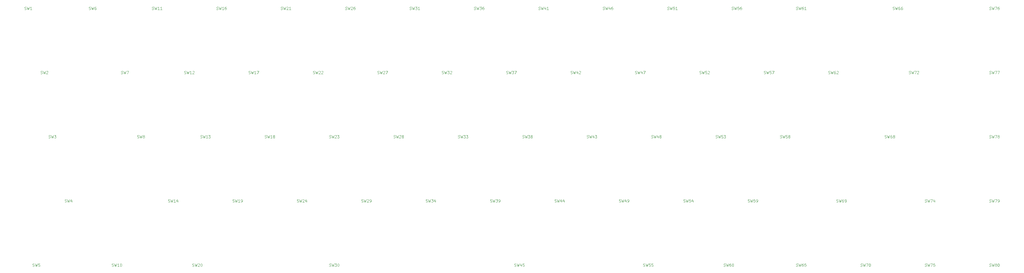
<source format=gbr>
%TF.GenerationSoftware,KiCad,Pcbnew,(6.0.7-1)-1*%
%TF.CreationDate,2022-09-28T22:03:46+09:00*%
%TF.ProjectId,tc69,74633639-2e6b-4696-9361-645f70636258,rev?*%
%TF.SameCoordinates,Original*%
%TF.FileFunction,Legend,Top*%
%TF.FilePolarity,Positive*%
%FSLAX46Y46*%
G04 Gerber Fmt 4.6, Leading zero omitted, Abs format (unit mm)*
G04 Created by KiCad (PCBNEW (6.0.7-1)-1) date 2022-09-28 22:03:46*
%MOMM*%
%LPD*%
G01*
G04 APERTURE LIST*
%ADD10C,0.120000*%
G04 APERTURE END LIST*
D10*
%TO.C,SW6*%
X22150540Y-46162910D02*
X22264826Y-46201005D01*
X22455302Y-46201005D01*
X22531492Y-46162910D01*
X22569587Y-46124815D01*
X22607683Y-46048624D01*
X22607683Y-45972434D01*
X22569587Y-45896243D01*
X22531492Y-45858148D01*
X22455302Y-45820053D01*
X22302921Y-45781958D01*
X22226730Y-45743862D01*
X22188635Y-45705767D01*
X22150540Y-45629577D01*
X22150540Y-45553386D01*
X22188635Y-45477196D01*
X22226730Y-45439101D01*
X22302921Y-45401005D01*
X22493397Y-45401005D01*
X22607683Y-45439101D01*
X22874349Y-45401005D02*
X23064826Y-46201005D01*
X23217207Y-45629577D01*
X23369587Y-46201005D01*
X23560064Y-45401005D01*
X24207683Y-45401005D02*
X24055302Y-45401005D01*
X23979111Y-45439101D01*
X23941016Y-45477196D01*
X23864826Y-45591481D01*
X23826730Y-45743862D01*
X23826730Y-46048624D01*
X23864826Y-46124815D01*
X23902921Y-46162910D01*
X23979111Y-46201005D01*
X24131492Y-46201005D01*
X24207683Y-46162910D01*
X24245778Y-46124815D01*
X24283873Y-46048624D01*
X24283873Y-45858148D01*
X24245778Y-45781958D01*
X24207683Y-45743862D01*
X24131492Y-45705767D01*
X23979111Y-45705767D01*
X23902921Y-45743862D01*
X23864826Y-45781958D01*
X23826730Y-45858148D01*
%TO.C,SW7*%
X31675548Y-65212926D02*
X31789834Y-65251021D01*
X31980310Y-65251021D01*
X32056500Y-65212926D01*
X32094595Y-65174831D01*
X32132691Y-65098640D01*
X32132691Y-65022450D01*
X32094595Y-64946259D01*
X32056500Y-64908164D01*
X31980310Y-64870069D01*
X31827929Y-64831974D01*
X31751738Y-64793878D01*
X31713643Y-64755783D01*
X31675548Y-64679593D01*
X31675548Y-64603402D01*
X31713643Y-64527212D01*
X31751738Y-64489117D01*
X31827929Y-64451021D01*
X32018405Y-64451021D01*
X32132691Y-64489117D01*
X32399357Y-64451021D02*
X32589834Y-65251021D01*
X32742215Y-64679593D01*
X32894595Y-65251021D01*
X33085072Y-64451021D01*
X33313643Y-64451021D02*
X33846976Y-64451021D01*
X33504119Y-65251021D01*
%TO.C,SW4*%
X15006784Y-103312958D02*
X15121070Y-103351053D01*
X15311546Y-103351053D01*
X15387736Y-103312958D01*
X15425831Y-103274863D01*
X15463927Y-103198672D01*
X15463927Y-103122482D01*
X15425831Y-103046291D01*
X15387736Y-103008196D01*
X15311546Y-102970101D01*
X15159165Y-102932006D01*
X15082974Y-102893910D01*
X15044879Y-102855815D01*
X15006784Y-102779625D01*
X15006784Y-102703434D01*
X15044879Y-102627244D01*
X15082974Y-102589149D01*
X15159165Y-102551053D01*
X15349641Y-102551053D01*
X15463927Y-102589149D01*
X15730593Y-102551053D02*
X15921070Y-103351053D01*
X16073451Y-102779625D01*
X16225831Y-103351053D01*
X16416308Y-102551053D01*
X17063927Y-102817720D02*
X17063927Y-103351053D01*
X16873451Y-102512958D02*
X16682974Y-103084387D01*
X17178212Y-103084387D01*
%TO.C,SW10*%
X28913343Y-122362974D02*
X29027629Y-122401069D01*
X29218105Y-122401069D01*
X29294296Y-122362974D01*
X29332391Y-122324879D01*
X29370486Y-122248688D01*
X29370486Y-122172498D01*
X29332391Y-122096307D01*
X29294296Y-122058212D01*
X29218105Y-122020117D01*
X29065724Y-121982022D01*
X28989534Y-121943926D01*
X28951439Y-121905831D01*
X28913343Y-121829641D01*
X28913343Y-121753450D01*
X28951439Y-121677260D01*
X28989534Y-121639165D01*
X29065724Y-121601069D01*
X29256201Y-121601069D01*
X29370486Y-121639165D01*
X29637153Y-121601069D02*
X29827629Y-122401069D01*
X29980010Y-121829641D01*
X30132391Y-122401069D01*
X30322867Y-121601069D01*
X31046677Y-122401069D02*
X30589534Y-122401069D01*
X30818105Y-122401069D02*
X30818105Y-121601069D01*
X30741915Y-121715355D01*
X30665724Y-121791545D01*
X30589534Y-121829641D01*
X31541915Y-121601069D02*
X31618105Y-121601069D01*
X31694296Y-121639165D01*
X31732391Y-121677260D01*
X31770486Y-121753450D01*
X31808582Y-121905831D01*
X31808582Y-122096307D01*
X31770486Y-122248688D01*
X31732391Y-122324879D01*
X31694296Y-122362974D01*
X31618105Y-122401069D01*
X31541915Y-122401069D01*
X31465724Y-122362974D01*
X31427629Y-122324879D01*
X31389534Y-122248688D01*
X31351439Y-122096307D01*
X31351439Y-121905831D01*
X31389534Y-121753450D01*
X31427629Y-121677260D01*
X31465724Y-121639165D01*
X31541915Y-121601069D01*
%TO.C,SW11*%
X40819603Y-46162910D02*
X40933889Y-46201005D01*
X41124365Y-46201005D01*
X41200556Y-46162910D01*
X41238651Y-46124815D01*
X41276746Y-46048624D01*
X41276746Y-45972434D01*
X41238651Y-45896243D01*
X41200556Y-45858148D01*
X41124365Y-45820053D01*
X40971984Y-45781958D01*
X40895794Y-45743862D01*
X40857699Y-45705767D01*
X40819603Y-45629577D01*
X40819603Y-45553386D01*
X40857699Y-45477196D01*
X40895794Y-45439101D01*
X40971984Y-45401005D01*
X41162461Y-45401005D01*
X41276746Y-45439101D01*
X41543413Y-45401005D02*
X41733889Y-46201005D01*
X41886270Y-45629577D01*
X42038651Y-46201005D01*
X42229127Y-45401005D01*
X42952937Y-46201005D02*
X42495794Y-46201005D01*
X42724365Y-46201005D02*
X42724365Y-45401005D01*
X42648175Y-45515291D01*
X42571984Y-45591481D01*
X42495794Y-45629577D01*
X43714842Y-46201005D02*
X43257699Y-46201005D01*
X43486270Y-46201005D02*
X43486270Y-45401005D01*
X43410080Y-45515291D01*
X43333889Y-45591481D01*
X43257699Y-45629577D01*
%TO.C,SW12*%
X50344611Y-65212926D02*
X50458897Y-65251021D01*
X50649373Y-65251021D01*
X50725564Y-65212926D01*
X50763659Y-65174831D01*
X50801754Y-65098640D01*
X50801754Y-65022450D01*
X50763659Y-64946259D01*
X50725564Y-64908164D01*
X50649373Y-64870069D01*
X50496992Y-64831974D01*
X50420802Y-64793878D01*
X50382707Y-64755783D01*
X50344611Y-64679593D01*
X50344611Y-64603402D01*
X50382707Y-64527212D01*
X50420802Y-64489117D01*
X50496992Y-64451021D01*
X50687469Y-64451021D01*
X50801754Y-64489117D01*
X51068421Y-64451021D02*
X51258897Y-65251021D01*
X51411278Y-64679593D01*
X51563659Y-65251021D01*
X51754135Y-64451021D01*
X52477945Y-65251021D02*
X52020802Y-65251021D01*
X52249373Y-65251021D02*
X52249373Y-64451021D01*
X52173183Y-64565307D01*
X52096992Y-64641497D01*
X52020802Y-64679593D01*
X52782707Y-64527212D02*
X52820802Y-64489117D01*
X52896992Y-64451021D01*
X53087469Y-64451021D01*
X53163659Y-64489117D01*
X53201754Y-64527212D01*
X53239850Y-64603402D01*
X53239850Y-64679593D01*
X53201754Y-64793878D01*
X52744611Y-65251021D01*
X53239850Y-65251021D01*
%TO.C,SW13*%
X55107115Y-84262942D02*
X55221401Y-84301037D01*
X55411877Y-84301037D01*
X55488068Y-84262942D01*
X55526163Y-84224847D01*
X55564258Y-84148656D01*
X55564258Y-84072466D01*
X55526163Y-83996275D01*
X55488068Y-83958180D01*
X55411877Y-83920085D01*
X55259496Y-83881990D01*
X55183306Y-83843894D01*
X55145211Y-83805799D01*
X55107115Y-83729609D01*
X55107115Y-83653418D01*
X55145211Y-83577228D01*
X55183306Y-83539133D01*
X55259496Y-83501037D01*
X55449973Y-83501037D01*
X55564258Y-83539133D01*
X55830925Y-83501037D02*
X56021401Y-84301037D01*
X56173782Y-83729609D01*
X56326163Y-84301037D01*
X56516639Y-83501037D01*
X57240449Y-84301037D02*
X56783306Y-84301037D01*
X57011877Y-84301037D02*
X57011877Y-83501037D01*
X56935687Y-83615323D01*
X56859496Y-83691513D01*
X56783306Y-83729609D01*
X57507115Y-83501037D02*
X58002354Y-83501037D01*
X57735687Y-83805799D01*
X57849973Y-83805799D01*
X57926163Y-83843894D01*
X57964258Y-83881990D01*
X58002354Y-83958180D01*
X58002354Y-84148656D01*
X57964258Y-84224847D01*
X57926163Y-84262942D01*
X57849973Y-84301037D01*
X57621401Y-84301037D01*
X57545211Y-84262942D01*
X57507115Y-84224847D01*
%TO.C,SW14*%
X45582107Y-103312958D02*
X45696393Y-103351053D01*
X45886869Y-103351053D01*
X45963060Y-103312958D01*
X46001155Y-103274863D01*
X46039250Y-103198672D01*
X46039250Y-103122482D01*
X46001155Y-103046291D01*
X45963060Y-103008196D01*
X45886869Y-102970101D01*
X45734488Y-102932006D01*
X45658298Y-102893910D01*
X45620203Y-102855815D01*
X45582107Y-102779625D01*
X45582107Y-102703434D01*
X45620203Y-102627244D01*
X45658298Y-102589149D01*
X45734488Y-102551053D01*
X45924965Y-102551053D01*
X46039250Y-102589149D01*
X46305917Y-102551053D02*
X46496393Y-103351053D01*
X46648774Y-102779625D01*
X46801155Y-103351053D01*
X46991631Y-102551053D01*
X47715441Y-103351053D02*
X47258298Y-103351053D01*
X47486869Y-103351053D02*
X47486869Y-102551053D01*
X47410679Y-102665339D01*
X47334488Y-102741529D01*
X47258298Y-102779625D01*
X48401155Y-102817720D02*
X48401155Y-103351053D01*
X48210679Y-102512958D02*
X48020203Y-103084387D01*
X48515441Y-103084387D01*
%TO.C,SW16*%
X59869619Y-46162910D02*
X59983905Y-46201005D01*
X60174381Y-46201005D01*
X60250572Y-46162910D01*
X60288667Y-46124815D01*
X60326762Y-46048624D01*
X60326762Y-45972434D01*
X60288667Y-45896243D01*
X60250572Y-45858148D01*
X60174381Y-45820053D01*
X60022000Y-45781958D01*
X59945810Y-45743862D01*
X59907715Y-45705767D01*
X59869619Y-45629577D01*
X59869619Y-45553386D01*
X59907715Y-45477196D01*
X59945810Y-45439101D01*
X60022000Y-45401005D01*
X60212477Y-45401005D01*
X60326762Y-45439101D01*
X60593429Y-45401005D02*
X60783905Y-46201005D01*
X60936286Y-45629577D01*
X61088667Y-46201005D01*
X61279143Y-45401005D01*
X62002953Y-46201005D02*
X61545810Y-46201005D01*
X61774381Y-46201005D02*
X61774381Y-45401005D01*
X61698191Y-45515291D01*
X61622000Y-45591481D01*
X61545810Y-45629577D01*
X62688667Y-45401005D02*
X62536286Y-45401005D01*
X62460096Y-45439101D01*
X62422000Y-45477196D01*
X62345810Y-45591481D01*
X62307715Y-45743862D01*
X62307715Y-46048624D01*
X62345810Y-46124815D01*
X62383905Y-46162910D01*
X62460096Y-46201005D01*
X62612477Y-46201005D01*
X62688667Y-46162910D01*
X62726762Y-46124815D01*
X62764858Y-46048624D01*
X62764858Y-45858148D01*
X62726762Y-45781958D01*
X62688667Y-45743862D01*
X62612477Y-45705767D01*
X62460096Y-45705767D01*
X62383905Y-45743862D01*
X62345810Y-45781958D01*
X62307715Y-45858148D01*
%TO.C,SW17*%
X69394627Y-65212926D02*
X69508913Y-65251021D01*
X69699389Y-65251021D01*
X69775580Y-65212926D01*
X69813675Y-65174831D01*
X69851770Y-65098640D01*
X69851770Y-65022450D01*
X69813675Y-64946259D01*
X69775580Y-64908164D01*
X69699389Y-64870069D01*
X69547008Y-64831974D01*
X69470818Y-64793878D01*
X69432723Y-64755783D01*
X69394627Y-64679593D01*
X69394627Y-64603402D01*
X69432723Y-64527212D01*
X69470818Y-64489117D01*
X69547008Y-64451021D01*
X69737485Y-64451021D01*
X69851770Y-64489117D01*
X70118437Y-64451021D02*
X70308913Y-65251021D01*
X70461294Y-64679593D01*
X70613675Y-65251021D01*
X70804151Y-64451021D01*
X71527961Y-65251021D02*
X71070818Y-65251021D01*
X71299389Y-65251021D02*
X71299389Y-64451021D01*
X71223199Y-64565307D01*
X71147008Y-64641497D01*
X71070818Y-64679593D01*
X71794627Y-64451021D02*
X72327961Y-64451021D01*
X71985104Y-65251021D01*
%TO.C,SW18*%
X74157131Y-84262942D02*
X74271417Y-84301037D01*
X74461893Y-84301037D01*
X74538084Y-84262942D01*
X74576179Y-84224847D01*
X74614274Y-84148656D01*
X74614274Y-84072466D01*
X74576179Y-83996275D01*
X74538084Y-83958180D01*
X74461893Y-83920085D01*
X74309512Y-83881990D01*
X74233322Y-83843894D01*
X74195227Y-83805799D01*
X74157131Y-83729609D01*
X74157131Y-83653418D01*
X74195227Y-83577228D01*
X74233322Y-83539133D01*
X74309512Y-83501037D01*
X74499989Y-83501037D01*
X74614274Y-83539133D01*
X74880941Y-83501037D02*
X75071417Y-84301037D01*
X75223798Y-83729609D01*
X75376179Y-84301037D01*
X75566655Y-83501037D01*
X76290465Y-84301037D02*
X75833322Y-84301037D01*
X76061893Y-84301037D02*
X76061893Y-83501037D01*
X75985703Y-83615323D01*
X75909512Y-83691513D01*
X75833322Y-83729609D01*
X76747608Y-83843894D02*
X76671417Y-83805799D01*
X76633322Y-83767704D01*
X76595227Y-83691513D01*
X76595227Y-83653418D01*
X76633322Y-83577228D01*
X76671417Y-83539133D01*
X76747608Y-83501037D01*
X76899989Y-83501037D01*
X76976179Y-83539133D01*
X77014274Y-83577228D01*
X77052370Y-83653418D01*
X77052370Y-83691513D01*
X77014274Y-83767704D01*
X76976179Y-83805799D01*
X76899989Y-83843894D01*
X76747608Y-83843894D01*
X76671417Y-83881990D01*
X76633322Y-83920085D01*
X76595227Y-83996275D01*
X76595227Y-84148656D01*
X76633322Y-84224847D01*
X76671417Y-84262942D01*
X76747608Y-84301037D01*
X76899989Y-84301037D01*
X76976179Y-84262942D01*
X77014274Y-84224847D01*
X77052370Y-84148656D01*
X77052370Y-83996275D01*
X77014274Y-83920085D01*
X76976179Y-83881990D01*
X76899989Y-83843894D01*
%TO.C,SW19*%
X64632123Y-103312958D02*
X64746409Y-103351053D01*
X64936885Y-103351053D01*
X65013076Y-103312958D01*
X65051171Y-103274863D01*
X65089266Y-103198672D01*
X65089266Y-103122482D01*
X65051171Y-103046291D01*
X65013076Y-103008196D01*
X64936885Y-102970101D01*
X64784504Y-102932006D01*
X64708314Y-102893910D01*
X64670219Y-102855815D01*
X64632123Y-102779625D01*
X64632123Y-102703434D01*
X64670219Y-102627244D01*
X64708314Y-102589149D01*
X64784504Y-102551053D01*
X64974981Y-102551053D01*
X65089266Y-102589149D01*
X65355933Y-102551053D02*
X65546409Y-103351053D01*
X65698790Y-102779625D01*
X65851171Y-103351053D01*
X66041647Y-102551053D01*
X66765457Y-103351053D02*
X66308314Y-103351053D01*
X66536885Y-103351053D02*
X66536885Y-102551053D01*
X66460695Y-102665339D01*
X66384504Y-102741529D01*
X66308314Y-102779625D01*
X67146409Y-103351053D02*
X67298790Y-103351053D01*
X67374981Y-103312958D01*
X67413076Y-103274863D01*
X67489266Y-103160577D01*
X67527362Y-103008196D01*
X67527362Y-102703434D01*
X67489266Y-102627244D01*
X67451171Y-102589149D01*
X67374981Y-102551053D01*
X67222600Y-102551053D01*
X67146409Y-102589149D01*
X67108314Y-102627244D01*
X67070219Y-102703434D01*
X67070219Y-102893910D01*
X67108314Y-102970101D01*
X67146409Y-103008196D01*
X67222600Y-103046291D01*
X67374981Y-103046291D01*
X67451171Y-103008196D01*
X67489266Y-102970101D01*
X67527362Y-102893910D01*
%TO.C,SW20*%
X52725863Y-122362974D02*
X52840149Y-122401069D01*
X53030625Y-122401069D01*
X53106816Y-122362974D01*
X53144911Y-122324879D01*
X53183006Y-122248688D01*
X53183006Y-122172498D01*
X53144911Y-122096307D01*
X53106816Y-122058212D01*
X53030625Y-122020117D01*
X52878244Y-121982022D01*
X52802054Y-121943926D01*
X52763959Y-121905831D01*
X52725863Y-121829641D01*
X52725863Y-121753450D01*
X52763959Y-121677260D01*
X52802054Y-121639165D01*
X52878244Y-121601069D01*
X53068721Y-121601069D01*
X53183006Y-121639165D01*
X53449673Y-121601069D02*
X53640149Y-122401069D01*
X53792530Y-121829641D01*
X53944911Y-122401069D01*
X54135387Y-121601069D01*
X54402054Y-121677260D02*
X54440149Y-121639165D01*
X54516340Y-121601069D01*
X54706816Y-121601069D01*
X54783006Y-121639165D01*
X54821102Y-121677260D01*
X54859197Y-121753450D01*
X54859197Y-121829641D01*
X54821102Y-121943926D01*
X54363959Y-122401069D01*
X54859197Y-122401069D01*
X55354435Y-121601069D02*
X55430625Y-121601069D01*
X55506816Y-121639165D01*
X55544911Y-121677260D01*
X55583006Y-121753450D01*
X55621102Y-121905831D01*
X55621102Y-122096307D01*
X55583006Y-122248688D01*
X55544911Y-122324879D01*
X55506816Y-122362974D01*
X55430625Y-122401069D01*
X55354435Y-122401069D01*
X55278244Y-122362974D01*
X55240149Y-122324879D01*
X55202054Y-122248688D01*
X55163959Y-122096307D01*
X55163959Y-121905831D01*
X55202054Y-121753450D01*
X55240149Y-121677260D01*
X55278244Y-121639165D01*
X55354435Y-121601069D01*
%TO.C,SW21*%
X78919635Y-46162910D02*
X79033921Y-46201005D01*
X79224397Y-46201005D01*
X79300588Y-46162910D01*
X79338683Y-46124815D01*
X79376778Y-46048624D01*
X79376778Y-45972434D01*
X79338683Y-45896243D01*
X79300588Y-45858148D01*
X79224397Y-45820053D01*
X79072016Y-45781958D01*
X78995826Y-45743862D01*
X78957731Y-45705767D01*
X78919635Y-45629577D01*
X78919635Y-45553386D01*
X78957731Y-45477196D01*
X78995826Y-45439101D01*
X79072016Y-45401005D01*
X79262493Y-45401005D01*
X79376778Y-45439101D01*
X79643445Y-45401005D02*
X79833921Y-46201005D01*
X79986302Y-45629577D01*
X80138683Y-46201005D01*
X80329159Y-45401005D01*
X80595826Y-45477196D02*
X80633921Y-45439101D01*
X80710112Y-45401005D01*
X80900588Y-45401005D01*
X80976778Y-45439101D01*
X81014874Y-45477196D01*
X81052969Y-45553386D01*
X81052969Y-45629577D01*
X81014874Y-45743862D01*
X80557731Y-46201005D01*
X81052969Y-46201005D01*
X81814874Y-46201005D02*
X81357731Y-46201005D01*
X81586302Y-46201005D02*
X81586302Y-45401005D01*
X81510112Y-45515291D01*
X81433921Y-45591481D01*
X81357731Y-45629577D01*
%TO.C,SW22*%
X88444643Y-65212926D02*
X88558929Y-65251021D01*
X88749405Y-65251021D01*
X88825596Y-65212926D01*
X88863691Y-65174831D01*
X88901786Y-65098640D01*
X88901786Y-65022450D01*
X88863691Y-64946259D01*
X88825596Y-64908164D01*
X88749405Y-64870069D01*
X88597024Y-64831974D01*
X88520834Y-64793878D01*
X88482739Y-64755783D01*
X88444643Y-64679593D01*
X88444643Y-64603402D01*
X88482739Y-64527212D01*
X88520834Y-64489117D01*
X88597024Y-64451021D01*
X88787501Y-64451021D01*
X88901786Y-64489117D01*
X89168453Y-64451021D02*
X89358929Y-65251021D01*
X89511310Y-64679593D01*
X89663691Y-65251021D01*
X89854167Y-64451021D01*
X90120834Y-64527212D02*
X90158929Y-64489117D01*
X90235120Y-64451021D01*
X90425596Y-64451021D01*
X90501786Y-64489117D01*
X90539882Y-64527212D01*
X90577977Y-64603402D01*
X90577977Y-64679593D01*
X90539882Y-64793878D01*
X90082739Y-65251021D01*
X90577977Y-65251021D01*
X90882739Y-64527212D02*
X90920834Y-64489117D01*
X90997024Y-64451021D01*
X91187501Y-64451021D01*
X91263691Y-64489117D01*
X91301786Y-64527212D01*
X91339882Y-64603402D01*
X91339882Y-64679593D01*
X91301786Y-64793878D01*
X90844643Y-65251021D01*
X91339882Y-65251021D01*
%TO.C,SW23*%
X93207147Y-84262942D02*
X93321433Y-84301037D01*
X93511909Y-84301037D01*
X93588100Y-84262942D01*
X93626195Y-84224847D01*
X93664290Y-84148656D01*
X93664290Y-84072466D01*
X93626195Y-83996275D01*
X93588100Y-83958180D01*
X93511909Y-83920085D01*
X93359528Y-83881990D01*
X93283338Y-83843894D01*
X93245243Y-83805799D01*
X93207147Y-83729609D01*
X93207147Y-83653418D01*
X93245243Y-83577228D01*
X93283338Y-83539133D01*
X93359528Y-83501037D01*
X93550005Y-83501037D01*
X93664290Y-83539133D01*
X93930957Y-83501037D02*
X94121433Y-84301037D01*
X94273814Y-83729609D01*
X94426195Y-84301037D01*
X94616671Y-83501037D01*
X94883338Y-83577228D02*
X94921433Y-83539133D01*
X94997624Y-83501037D01*
X95188100Y-83501037D01*
X95264290Y-83539133D01*
X95302386Y-83577228D01*
X95340481Y-83653418D01*
X95340481Y-83729609D01*
X95302386Y-83843894D01*
X94845243Y-84301037D01*
X95340481Y-84301037D01*
X95607147Y-83501037D02*
X96102386Y-83501037D01*
X95835719Y-83805799D01*
X95950005Y-83805799D01*
X96026195Y-83843894D01*
X96064290Y-83881990D01*
X96102386Y-83958180D01*
X96102386Y-84148656D01*
X96064290Y-84224847D01*
X96026195Y-84262942D01*
X95950005Y-84301037D01*
X95721433Y-84301037D01*
X95645243Y-84262942D01*
X95607147Y-84224847D01*
%TO.C,SW24*%
X83682139Y-103312958D02*
X83796425Y-103351053D01*
X83986901Y-103351053D01*
X84063092Y-103312958D01*
X84101187Y-103274863D01*
X84139282Y-103198672D01*
X84139282Y-103122482D01*
X84101187Y-103046291D01*
X84063092Y-103008196D01*
X83986901Y-102970101D01*
X83834520Y-102932006D01*
X83758330Y-102893910D01*
X83720235Y-102855815D01*
X83682139Y-102779625D01*
X83682139Y-102703434D01*
X83720235Y-102627244D01*
X83758330Y-102589149D01*
X83834520Y-102551053D01*
X84024997Y-102551053D01*
X84139282Y-102589149D01*
X84405949Y-102551053D02*
X84596425Y-103351053D01*
X84748806Y-102779625D01*
X84901187Y-103351053D01*
X85091663Y-102551053D01*
X85358330Y-102627244D02*
X85396425Y-102589149D01*
X85472616Y-102551053D01*
X85663092Y-102551053D01*
X85739282Y-102589149D01*
X85777378Y-102627244D01*
X85815473Y-102703434D01*
X85815473Y-102779625D01*
X85777378Y-102893910D01*
X85320235Y-103351053D01*
X85815473Y-103351053D01*
X86501187Y-102817720D02*
X86501187Y-103351053D01*
X86310711Y-102512958D02*
X86120235Y-103084387D01*
X86615473Y-103084387D01*
%TO.C,SW26*%
X97969651Y-46162910D02*
X98083937Y-46201005D01*
X98274413Y-46201005D01*
X98350604Y-46162910D01*
X98388699Y-46124815D01*
X98426794Y-46048624D01*
X98426794Y-45972434D01*
X98388699Y-45896243D01*
X98350604Y-45858148D01*
X98274413Y-45820053D01*
X98122032Y-45781958D01*
X98045842Y-45743862D01*
X98007747Y-45705767D01*
X97969651Y-45629577D01*
X97969651Y-45553386D01*
X98007747Y-45477196D01*
X98045842Y-45439101D01*
X98122032Y-45401005D01*
X98312509Y-45401005D01*
X98426794Y-45439101D01*
X98693461Y-45401005D02*
X98883937Y-46201005D01*
X99036318Y-45629577D01*
X99188699Y-46201005D01*
X99379175Y-45401005D01*
X99645842Y-45477196D02*
X99683937Y-45439101D01*
X99760128Y-45401005D01*
X99950604Y-45401005D01*
X100026794Y-45439101D01*
X100064890Y-45477196D01*
X100102985Y-45553386D01*
X100102985Y-45629577D01*
X100064890Y-45743862D01*
X99607747Y-46201005D01*
X100102985Y-46201005D01*
X100788699Y-45401005D02*
X100636318Y-45401005D01*
X100560128Y-45439101D01*
X100522032Y-45477196D01*
X100445842Y-45591481D01*
X100407747Y-45743862D01*
X100407747Y-46048624D01*
X100445842Y-46124815D01*
X100483937Y-46162910D01*
X100560128Y-46201005D01*
X100712509Y-46201005D01*
X100788699Y-46162910D01*
X100826794Y-46124815D01*
X100864890Y-46048624D01*
X100864890Y-45858148D01*
X100826794Y-45781958D01*
X100788699Y-45743862D01*
X100712509Y-45705767D01*
X100560128Y-45705767D01*
X100483937Y-45743862D01*
X100445842Y-45781958D01*
X100407747Y-45858148D01*
%TO.C,SW27*%
X107494659Y-65212926D02*
X107608945Y-65251021D01*
X107799421Y-65251021D01*
X107875612Y-65212926D01*
X107913707Y-65174831D01*
X107951802Y-65098640D01*
X107951802Y-65022450D01*
X107913707Y-64946259D01*
X107875612Y-64908164D01*
X107799421Y-64870069D01*
X107647040Y-64831974D01*
X107570850Y-64793878D01*
X107532755Y-64755783D01*
X107494659Y-64679593D01*
X107494659Y-64603402D01*
X107532755Y-64527212D01*
X107570850Y-64489117D01*
X107647040Y-64451021D01*
X107837517Y-64451021D01*
X107951802Y-64489117D01*
X108218469Y-64451021D02*
X108408945Y-65251021D01*
X108561326Y-64679593D01*
X108713707Y-65251021D01*
X108904183Y-64451021D01*
X109170850Y-64527212D02*
X109208945Y-64489117D01*
X109285136Y-64451021D01*
X109475612Y-64451021D01*
X109551802Y-64489117D01*
X109589898Y-64527212D01*
X109627993Y-64603402D01*
X109627993Y-64679593D01*
X109589898Y-64793878D01*
X109132755Y-65251021D01*
X109627993Y-65251021D01*
X109894659Y-64451021D02*
X110427993Y-64451021D01*
X110085136Y-65251021D01*
%TO.C,SW28*%
X112257163Y-84262942D02*
X112371449Y-84301037D01*
X112561925Y-84301037D01*
X112638116Y-84262942D01*
X112676211Y-84224847D01*
X112714306Y-84148656D01*
X112714306Y-84072466D01*
X112676211Y-83996275D01*
X112638116Y-83958180D01*
X112561925Y-83920085D01*
X112409544Y-83881990D01*
X112333354Y-83843894D01*
X112295259Y-83805799D01*
X112257163Y-83729609D01*
X112257163Y-83653418D01*
X112295259Y-83577228D01*
X112333354Y-83539133D01*
X112409544Y-83501037D01*
X112600021Y-83501037D01*
X112714306Y-83539133D01*
X112980973Y-83501037D02*
X113171449Y-84301037D01*
X113323830Y-83729609D01*
X113476211Y-84301037D01*
X113666687Y-83501037D01*
X113933354Y-83577228D02*
X113971449Y-83539133D01*
X114047640Y-83501037D01*
X114238116Y-83501037D01*
X114314306Y-83539133D01*
X114352402Y-83577228D01*
X114390497Y-83653418D01*
X114390497Y-83729609D01*
X114352402Y-83843894D01*
X113895259Y-84301037D01*
X114390497Y-84301037D01*
X114847640Y-83843894D02*
X114771449Y-83805799D01*
X114733354Y-83767704D01*
X114695259Y-83691513D01*
X114695259Y-83653418D01*
X114733354Y-83577228D01*
X114771449Y-83539133D01*
X114847640Y-83501037D01*
X115000021Y-83501037D01*
X115076211Y-83539133D01*
X115114306Y-83577228D01*
X115152402Y-83653418D01*
X115152402Y-83691513D01*
X115114306Y-83767704D01*
X115076211Y-83805799D01*
X115000021Y-83843894D01*
X114847640Y-83843894D01*
X114771449Y-83881990D01*
X114733354Y-83920085D01*
X114695259Y-83996275D01*
X114695259Y-84148656D01*
X114733354Y-84224847D01*
X114771449Y-84262942D01*
X114847640Y-84301037D01*
X115000021Y-84301037D01*
X115076211Y-84262942D01*
X115114306Y-84224847D01*
X115152402Y-84148656D01*
X115152402Y-83996275D01*
X115114306Y-83920085D01*
X115076211Y-83881990D01*
X115000021Y-83843894D01*
%TO.C,SW29*%
X102732155Y-103312958D02*
X102846441Y-103351053D01*
X103036917Y-103351053D01*
X103113108Y-103312958D01*
X103151203Y-103274863D01*
X103189298Y-103198672D01*
X103189298Y-103122482D01*
X103151203Y-103046291D01*
X103113108Y-103008196D01*
X103036917Y-102970101D01*
X102884536Y-102932006D01*
X102808346Y-102893910D01*
X102770251Y-102855815D01*
X102732155Y-102779625D01*
X102732155Y-102703434D01*
X102770251Y-102627244D01*
X102808346Y-102589149D01*
X102884536Y-102551053D01*
X103075013Y-102551053D01*
X103189298Y-102589149D01*
X103455965Y-102551053D02*
X103646441Y-103351053D01*
X103798822Y-102779625D01*
X103951203Y-103351053D01*
X104141679Y-102551053D01*
X104408346Y-102627244D02*
X104446441Y-102589149D01*
X104522632Y-102551053D01*
X104713108Y-102551053D01*
X104789298Y-102589149D01*
X104827394Y-102627244D01*
X104865489Y-102703434D01*
X104865489Y-102779625D01*
X104827394Y-102893910D01*
X104370251Y-103351053D01*
X104865489Y-103351053D01*
X105246441Y-103351053D02*
X105398822Y-103351053D01*
X105475013Y-103312958D01*
X105513108Y-103274863D01*
X105589298Y-103160577D01*
X105627394Y-103008196D01*
X105627394Y-102703434D01*
X105589298Y-102627244D01*
X105551203Y-102589149D01*
X105475013Y-102551053D01*
X105322632Y-102551053D01*
X105246441Y-102589149D01*
X105208346Y-102627244D01*
X105170251Y-102703434D01*
X105170251Y-102893910D01*
X105208346Y-102970101D01*
X105246441Y-103008196D01*
X105322632Y-103046291D01*
X105475013Y-103046291D01*
X105551203Y-103008196D01*
X105589298Y-102970101D01*
X105627394Y-102893910D01*
%TO.C,SW30*%
X93207147Y-122362974D02*
X93321433Y-122401069D01*
X93511909Y-122401069D01*
X93588100Y-122362974D01*
X93626195Y-122324879D01*
X93664290Y-122248688D01*
X93664290Y-122172498D01*
X93626195Y-122096307D01*
X93588100Y-122058212D01*
X93511909Y-122020117D01*
X93359528Y-121982022D01*
X93283338Y-121943926D01*
X93245243Y-121905831D01*
X93207147Y-121829641D01*
X93207147Y-121753450D01*
X93245243Y-121677260D01*
X93283338Y-121639165D01*
X93359528Y-121601069D01*
X93550005Y-121601069D01*
X93664290Y-121639165D01*
X93930957Y-121601069D02*
X94121433Y-122401069D01*
X94273814Y-121829641D01*
X94426195Y-122401069D01*
X94616671Y-121601069D01*
X94845243Y-121601069D02*
X95340481Y-121601069D01*
X95073814Y-121905831D01*
X95188100Y-121905831D01*
X95264290Y-121943926D01*
X95302386Y-121982022D01*
X95340481Y-122058212D01*
X95340481Y-122248688D01*
X95302386Y-122324879D01*
X95264290Y-122362974D01*
X95188100Y-122401069D01*
X94959528Y-122401069D01*
X94883338Y-122362974D01*
X94845243Y-122324879D01*
X95835719Y-121601069D02*
X95911909Y-121601069D01*
X95988100Y-121639165D01*
X96026195Y-121677260D01*
X96064290Y-121753450D01*
X96102386Y-121905831D01*
X96102386Y-122096307D01*
X96064290Y-122248688D01*
X96026195Y-122324879D01*
X95988100Y-122362974D01*
X95911909Y-122401069D01*
X95835719Y-122401069D01*
X95759528Y-122362974D01*
X95721433Y-122324879D01*
X95683338Y-122248688D01*
X95645243Y-122096307D01*
X95645243Y-121905831D01*
X95683338Y-121753450D01*
X95721433Y-121677260D01*
X95759528Y-121639165D01*
X95835719Y-121601069D01*
%TO.C,SW31*%
X117019667Y-46162910D02*
X117133953Y-46201005D01*
X117324429Y-46201005D01*
X117400620Y-46162910D01*
X117438715Y-46124815D01*
X117476810Y-46048624D01*
X117476810Y-45972434D01*
X117438715Y-45896243D01*
X117400620Y-45858148D01*
X117324429Y-45820053D01*
X117172048Y-45781958D01*
X117095858Y-45743862D01*
X117057763Y-45705767D01*
X117019667Y-45629577D01*
X117019667Y-45553386D01*
X117057763Y-45477196D01*
X117095858Y-45439101D01*
X117172048Y-45401005D01*
X117362525Y-45401005D01*
X117476810Y-45439101D01*
X117743477Y-45401005D02*
X117933953Y-46201005D01*
X118086334Y-45629577D01*
X118238715Y-46201005D01*
X118429191Y-45401005D01*
X118657763Y-45401005D02*
X119153001Y-45401005D01*
X118886334Y-45705767D01*
X119000620Y-45705767D01*
X119076810Y-45743862D01*
X119114906Y-45781958D01*
X119153001Y-45858148D01*
X119153001Y-46048624D01*
X119114906Y-46124815D01*
X119076810Y-46162910D01*
X119000620Y-46201005D01*
X118772048Y-46201005D01*
X118695858Y-46162910D01*
X118657763Y-46124815D01*
X119914906Y-46201005D02*
X119457763Y-46201005D01*
X119686334Y-46201005D02*
X119686334Y-45401005D01*
X119610144Y-45515291D01*
X119533953Y-45591481D01*
X119457763Y-45629577D01*
%TO.C,SW32*%
X126544675Y-65212926D02*
X126658961Y-65251021D01*
X126849437Y-65251021D01*
X126925628Y-65212926D01*
X126963723Y-65174831D01*
X127001818Y-65098640D01*
X127001818Y-65022450D01*
X126963723Y-64946259D01*
X126925628Y-64908164D01*
X126849437Y-64870069D01*
X126697056Y-64831974D01*
X126620866Y-64793878D01*
X126582771Y-64755783D01*
X126544675Y-64679593D01*
X126544675Y-64603402D01*
X126582771Y-64527212D01*
X126620866Y-64489117D01*
X126697056Y-64451021D01*
X126887533Y-64451021D01*
X127001818Y-64489117D01*
X127268485Y-64451021D02*
X127458961Y-65251021D01*
X127611342Y-64679593D01*
X127763723Y-65251021D01*
X127954199Y-64451021D01*
X128182771Y-64451021D02*
X128678009Y-64451021D01*
X128411342Y-64755783D01*
X128525628Y-64755783D01*
X128601818Y-64793878D01*
X128639914Y-64831974D01*
X128678009Y-64908164D01*
X128678009Y-65098640D01*
X128639914Y-65174831D01*
X128601818Y-65212926D01*
X128525628Y-65251021D01*
X128297056Y-65251021D01*
X128220866Y-65212926D01*
X128182771Y-65174831D01*
X128982771Y-64527212D02*
X129020866Y-64489117D01*
X129097056Y-64451021D01*
X129287533Y-64451021D01*
X129363723Y-64489117D01*
X129401818Y-64527212D01*
X129439914Y-64603402D01*
X129439914Y-64679593D01*
X129401818Y-64793878D01*
X128944675Y-65251021D01*
X129439914Y-65251021D01*
%TO.C,SW33*%
X131307179Y-84262942D02*
X131421465Y-84301037D01*
X131611941Y-84301037D01*
X131688132Y-84262942D01*
X131726227Y-84224847D01*
X131764322Y-84148656D01*
X131764322Y-84072466D01*
X131726227Y-83996275D01*
X131688132Y-83958180D01*
X131611941Y-83920085D01*
X131459560Y-83881990D01*
X131383370Y-83843894D01*
X131345275Y-83805799D01*
X131307179Y-83729609D01*
X131307179Y-83653418D01*
X131345275Y-83577228D01*
X131383370Y-83539133D01*
X131459560Y-83501037D01*
X131650037Y-83501037D01*
X131764322Y-83539133D01*
X132030989Y-83501037D02*
X132221465Y-84301037D01*
X132373846Y-83729609D01*
X132526227Y-84301037D01*
X132716703Y-83501037D01*
X132945275Y-83501037D02*
X133440513Y-83501037D01*
X133173846Y-83805799D01*
X133288132Y-83805799D01*
X133364322Y-83843894D01*
X133402418Y-83881990D01*
X133440513Y-83958180D01*
X133440513Y-84148656D01*
X133402418Y-84224847D01*
X133364322Y-84262942D01*
X133288132Y-84301037D01*
X133059560Y-84301037D01*
X132983370Y-84262942D01*
X132945275Y-84224847D01*
X133707179Y-83501037D02*
X134202418Y-83501037D01*
X133935751Y-83805799D01*
X134050037Y-83805799D01*
X134126227Y-83843894D01*
X134164322Y-83881990D01*
X134202418Y-83958180D01*
X134202418Y-84148656D01*
X134164322Y-84224847D01*
X134126227Y-84262942D01*
X134050037Y-84301037D01*
X133821465Y-84301037D01*
X133745275Y-84262942D01*
X133707179Y-84224847D01*
%TO.C,SW34*%
X121782171Y-103312958D02*
X121896457Y-103351053D01*
X122086933Y-103351053D01*
X122163124Y-103312958D01*
X122201219Y-103274863D01*
X122239314Y-103198672D01*
X122239314Y-103122482D01*
X122201219Y-103046291D01*
X122163124Y-103008196D01*
X122086933Y-102970101D01*
X121934552Y-102932006D01*
X121858362Y-102893910D01*
X121820267Y-102855815D01*
X121782171Y-102779625D01*
X121782171Y-102703434D01*
X121820267Y-102627244D01*
X121858362Y-102589149D01*
X121934552Y-102551053D01*
X122125029Y-102551053D01*
X122239314Y-102589149D01*
X122505981Y-102551053D02*
X122696457Y-103351053D01*
X122848838Y-102779625D01*
X123001219Y-103351053D01*
X123191695Y-102551053D01*
X123420267Y-102551053D02*
X123915505Y-102551053D01*
X123648838Y-102855815D01*
X123763124Y-102855815D01*
X123839314Y-102893910D01*
X123877410Y-102932006D01*
X123915505Y-103008196D01*
X123915505Y-103198672D01*
X123877410Y-103274863D01*
X123839314Y-103312958D01*
X123763124Y-103351053D01*
X123534552Y-103351053D01*
X123458362Y-103312958D01*
X123420267Y-103274863D01*
X124601219Y-102817720D02*
X124601219Y-103351053D01*
X124410743Y-102512958D02*
X124220267Y-103084387D01*
X124715505Y-103084387D01*
%TO.C,SW36*%
X136069683Y-46162910D02*
X136183969Y-46201005D01*
X136374445Y-46201005D01*
X136450636Y-46162910D01*
X136488731Y-46124815D01*
X136526826Y-46048624D01*
X136526826Y-45972434D01*
X136488731Y-45896243D01*
X136450636Y-45858148D01*
X136374445Y-45820053D01*
X136222064Y-45781958D01*
X136145874Y-45743862D01*
X136107779Y-45705767D01*
X136069683Y-45629577D01*
X136069683Y-45553386D01*
X136107779Y-45477196D01*
X136145874Y-45439101D01*
X136222064Y-45401005D01*
X136412541Y-45401005D01*
X136526826Y-45439101D01*
X136793493Y-45401005D02*
X136983969Y-46201005D01*
X137136350Y-45629577D01*
X137288731Y-46201005D01*
X137479207Y-45401005D01*
X137707779Y-45401005D02*
X138203017Y-45401005D01*
X137936350Y-45705767D01*
X138050636Y-45705767D01*
X138126826Y-45743862D01*
X138164922Y-45781958D01*
X138203017Y-45858148D01*
X138203017Y-46048624D01*
X138164922Y-46124815D01*
X138126826Y-46162910D01*
X138050636Y-46201005D01*
X137822064Y-46201005D01*
X137745874Y-46162910D01*
X137707779Y-46124815D01*
X138888731Y-45401005D02*
X138736350Y-45401005D01*
X138660160Y-45439101D01*
X138622064Y-45477196D01*
X138545874Y-45591481D01*
X138507779Y-45743862D01*
X138507779Y-46048624D01*
X138545874Y-46124815D01*
X138583969Y-46162910D01*
X138660160Y-46201005D01*
X138812541Y-46201005D01*
X138888731Y-46162910D01*
X138926826Y-46124815D01*
X138964922Y-46048624D01*
X138964922Y-45858148D01*
X138926826Y-45781958D01*
X138888731Y-45743862D01*
X138812541Y-45705767D01*
X138660160Y-45705767D01*
X138583969Y-45743862D01*
X138545874Y-45781958D01*
X138507779Y-45858148D01*
%TO.C,SW37*%
X145594691Y-65212926D02*
X145708977Y-65251021D01*
X145899453Y-65251021D01*
X145975644Y-65212926D01*
X146013739Y-65174831D01*
X146051834Y-65098640D01*
X146051834Y-65022450D01*
X146013739Y-64946259D01*
X145975644Y-64908164D01*
X145899453Y-64870069D01*
X145747072Y-64831974D01*
X145670882Y-64793878D01*
X145632787Y-64755783D01*
X145594691Y-64679593D01*
X145594691Y-64603402D01*
X145632787Y-64527212D01*
X145670882Y-64489117D01*
X145747072Y-64451021D01*
X145937549Y-64451021D01*
X146051834Y-64489117D01*
X146318501Y-64451021D02*
X146508977Y-65251021D01*
X146661358Y-64679593D01*
X146813739Y-65251021D01*
X147004215Y-64451021D01*
X147232787Y-64451021D02*
X147728025Y-64451021D01*
X147461358Y-64755783D01*
X147575644Y-64755783D01*
X147651834Y-64793878D01*
X147689930Y-64831974D01*
X147728025Y-64908164D01*
X147728025Y-65098640D01*
X147689930Y-65174831D01*
X147651834Y-65212926D01*
X147575644Y-65251021D01*
X147347072Y-65251021D01*
X147270882Y-65212926D01*
X147232787Y-65174831D01*
X147994691Y-64451021D02*
X148528025Y-64451021D01*
X148185168Y-65251021D01*
%TO.C,SW38*%
X150357195Y-84262942D02*
X150471481Y-84301037D01*
X150661957Y-84301037D01*
X150738148Y-84262942D01*
X150776243Y-84224847D01*
X150814338Y-84148656D01*
X150814338Y-84072466D01*
X150776243Y-83996275D01*
X150738148Y-83958180D01*
X150661957Y-83920085D01*
X150509576Y-83881990D01*
X150433386Y-83843894D01*
X150395291Y-83805799D01*
X150357195Y-83729609D01*
X150357195Y-83653418D01*
X150395291Y-83577228D01*
X150433386Y-83539133D01*
X150509576Y-83501037D01*
X150700053Y-83501037D01*
X150814338Y-83539133D01*
X151081005Y-83501037D02*
X151271481Y-84301037D01*
X151423862Y-83729609D01*
X151576243Y-84301037D01*
X151766719Y-83501037D01*
X151995291Y-83501037D02*
X152490529Y-83501037D01*
X152223862Y-83805799D01*
X152338148Y-83805799D01*
X152414338Y-83843894D01*
X152452434Y-83881990D01*
X152490529Y-83958180D01*
X152490529Y-84148656D01*
X152452434Y-84224847D01*
X152414338Y-84262942D01*
X152338148Y-84301037D01*
X152109576Y-84301037D01*
X152033386Y-84262942D01*
X151995291Y-84224847D01*
X152947672Y-83843894D02*
X152871481Y-83805799D01*
X152833386Y-83767704D01*
X152795291Y-83691513D01*
X152795291Y-83653418D01*
X152833386Y-83577228D01*
X152871481Y-83539133D01*
X152947672Y-83501037D01*
X153100053Y-83501037D01*
X153176243Y-83539133D01*
X153214338Y-83577228D01*
X153252434Y-83653418D01*
X153252434Y-83691513D01*
X153214338Y-83767704D01*
X153176243Y-83805799D01*
X153100053Y-83843894D01*
X152947672Y-83843894D01*
X152871481Y-83881990D01*
X152833386Y-83920085D01*
X152795291Y-83996275D01*
X152795291Y-84148656D01*
X152833386Y-84224847D01*
X152871481Y-84262942D01*
X152947672Y-84301037D01*
X153100053Y-84301037D01*
X153176243Y-84262942D01*
X153214338Y-84224847D01*
X153252434Y-84148656D01*
X153252434Y-83996275D01*
X153214338Y-83920085D01*
X153176243Y-83881990D01*
X153100053Y-83843894D01*
%TO.C,SW39*%
X140832187Y-103312958D02*
X140946473Y-103351053D01*
X141136949Y-103351053D01*
X141213140Y-103312958D01*
X141251235Y-103274863D01*
X141289330Y-103198672D01*
X141289330Y-103122482D01*
X141251235Y-103046291D01*
X141213140Y-103008196D01*
X141136949Y-102970101D01*
X140984568Y-102932006D01*
X140908378Y-102893910D01*
X140870283Y-102855815D01*
X140832187Y-102779625D01*
X140832187Y-102703434D01*
X140870283Y-102627244D01*
X140908378Y-102589149D01*
X140984568Y-102551053D01*
X141175045Y-102551053D01*
X141289330Y-102589149D01*
X141555997Y-102551053D02*
X141746473Y-103351053D01*
X141898854Y-102779625D01*
X142051235Y-103351053D01*
X142241711Y-102551053D01*
X142470283Y-102551053D02*
X142965521Y-102551053D01*
X142698854Y-102855815D01*
X142813140Y-102855815D01*
X142889330Y-102893910D01*
X142927426Y-102932006D01*
X142965521Y-103008196D01*
X142965521Y-103198672D01*
X142927426Y-103274863D01*
X142889330Y-103312958D01*
X142813140Y-103351053D01*
X142584568Y-103351053D01*
X142508378Y-103312958D01*
X142470283Y-103274863D01*
X143346473Y-103351053D02*
X143498854Y-103351053D01*
X143575045Y-103312958D01*
X143613140Y-103274863D01*
X143689330Y-103160577D01*
X143727426Y-103008196D01*
X143727426Y-102703434D01*
X143689330Y-102627244D01*
X143651235Y-102589149D01*
X143575045Y-102551053D01*
X143422664Y-102551053D01*
X143346473Y-102589149D01*
X143308378Y-102627244D01*
X143270283Y-102703434D01*
X143270283Y-102893910D01*
X143308378Y-102970101D01*
X143346473Y-103008196D01*
X143422664Y-103046291D01*
X143575045Y-103046291D01*
X143651235Y-103008196D01*
X143689330Y-102970101D01*
X143727426Y-102893910D01*
%TO.C,SW41*%
X155119699Y-46162910D02*
X155233985Y-46201005D01*
X155424461Y-46201005D01*
X155500652Y-46162910D01*
X155538747Y-46124815D01*
X155576842Y-46048624D01*
X155576842Y-45972434D01*
X155538747Y-45896243D01*
X155500652Y-45858148D01*
X155424461Y-45820053D01*
X155272080Y-45781958D01*
X155195890Y-45743862D01*
X155157795Y-45705767D01*
X155119699Y-45629577D01*
X155119699Y-45553386D01*
X155157795Y-45477196D01*
X155195890Y-45439101D01*
X155272080Y-45401005D01*
X155462557Y-45401005D01*
X155576842Y-45439101D01*
X155843509Y-45401005D02*
X156033985Y-46201005D01*
X156186366Y-45629577D01*
X156338747Y-46201005D01*
X156529223Y-45401005D01*
X157176842Y-45667672D02*
X157176842Y-46201005D01*
X156986366Y-45362910D02*
X156795890Y-45934339D01*
X157291128Y-45934339D01*
X158014938Y-46201005D02*
X157557795Y-46201005D01*
X157786366Y-46201005D02*
X157786366Y-45401005D01*
X157710176Y-45515291D01*
X157633985Y-45591481D01*
X157557795Y-45629577D01*
%TO.C,SW42*%
X164644707Y-65212926D02*
X164758993Y-65251021D01*
X164949469Y-65251021D01*
X165025660Y-65212926D01*
X165063755Y-65174831D01*
X165101850Y-65098640D01*
X165101850Y-65022450D01*
X165063755Y-64946259D01*
X165025660Y-64908164D01*
X164949469Y-64870069D01*
X164797088Y-64831974D01*
X164720898Y-64793878D01*
X164682803Y-64755783D01*
X164644707Y-64679593D01*
X164644707Y-64603402D01*
X164682803Y-64527212D01*
X164720898Y-64489117D01*
X164797088Y-64451021D01*
X164987565Y-64451021D01*
X165101850Y-64489117D01*
X165368517Y-64451021D02*
X165558993Y-65251021D01*
X165711374Y-64679593D01*
X165863755Y-65251021D01*
X166054231Y-64451021D01*
X166701850Y-64717688D02*
X166701850Y-65251021D01*
X166511374Y-64412926D02*
X166320898Y-64984355D01*
X166816136Y-64984355D01*
X167082803Y-64527212D02*
X167120898Y-64489117D01*
X167197088Y-64451021D01*
X167387565Y-64451021D01*
X167463755Y-64489117D01*
X167501850Y-64527212D01*
X167539946Y-64603402D01*
X167539946Y-64679593D01*
X167501850Y-64793878D01*
X167044707Y-65251021D01*
X167539946Y-65251021D01*
%TO.C,SW43*%
X169407211Y-84262942D02*
X169521497Y-84301037D01*
X169711973Y-84301037D01*
X169788164Y-84262942D01*
X169826259Y-84224847D01*
X169864354Y-84148656D01*
X169864354Y-84072466D01*
X169826259Y-83996275D01*
X169788164Y-83958180D01*
X169711973Y-83920085D01*
X169559592Y-83881990D01*
X169483402Y-83843894D01*
X169445307Y-83805799D01*
X169407211Y-83729609D01*
X169407211Y-83653418D01*
X169445307Y-83577228D01*
X169483402Y-83539133D01*
X169559592Y-83501037D01*
X169750069Y-83501037D01*
X169864354Y-83539133D01*
X170131021Y-83501037D02*
X170321497Y-84301037D01*
X170473878Y-83729609D01*
X170626259Y-84301037D01*
X170816735Y-83501037D01*
X171464354Y-83767704D02*
X171464354Y-84301037D01*
X171273878Y-83462942D02*
X171083402Y-84034371D01*
X171578640Y-84034371D01*
X171807211Y-83501037D02*
X172302450Y-83501037D01*
X172035783Y-83805799D01*
X172150069Y-83805799D01*
X172226259Y-83843894D01*
X172264354Y-83881990D01*
X172302450Y-83958180D01*
X172302450Y-84148656D01*
X172264354Y-84224847D01*
X172226259Y-84262942D01*
X172150069Y-84301037D01*
X171921497Y-84301037D01*
X171845307Y-84262942D01*
X171807211Y-84224847D01*
%TO.C,SW44*%
X159882203Y-103312958D02*
X159996489Y-103351053D01*
X160186965Y-103351053D01*
X160263156Y-103312958D01*
X160301251Y-103274863D01*
X160339346Y-103198672D01*
X160339346Y-103122482D01*
X160301251Y-103046291D01*
X160263156Y-103008196D01*
X160186965Y-102970101D01*
X160034584Y-102932006D01*
X159958394Y-102893910D01*
X159920299Y-102855815D01*
X159882203Y-102779625D01*
X159882203Y-102703434D01*
X159920299Y-102627244D01*
X159958394Y-102589149D01*
X160034584Y-102551053D01*
X160225061Y-102551053D01*
X160339346Y-102589149D01*
X160606013Y-102551053D02*
X160796489Y-103351053D01*
X160948870Y-102779625D01*
X161101251Y-103351053D01*
X161291727Y-102551053D01*
X161939346Y-102817720D02*
X161939346Y-103351053D01*
X161748870Y-102512958D02*
X161558394Y-103084387D01*
X162053632Y-103084387D01*
X162701251Y-102817720D02*
X162701251Y-103351053D01*
X162510775Y-102512958D02*
X162320299Y-103084387D01*
X162815537Y-103084387D01*
%TO.C,SW45*%
X147978955Y-122362974D02*
X148093241Y-122401069D01*
X148283717Y-122401069D01*
X148359908Y-122362974D01*
X148398003Y-122324879D01*
X148436098Y-122248688D01*
X148436098Y-122172498D01*
X148398003Y-122096307D01*
X148359908Y-122058212D01*
X148283717Y-122020117D01*
X148131336Y-121982022D01*
X148055146Y-121943926D01*
X148017051Y-121905831D01*
X147978955Y-121829641D01*
X147978955Y-121753450D01*
X148017051Y-121677260D01*
X148055146Y-121639165D01*
X148131336Y-121601069D01*
X148321813Y-121601069D01*
X148436098Y-121639165D01*
X148702765Y-121601069D02*
X148893241Y-122401069D01*
X149045622Y-121829641D01*
X149198003Y-122401069D01*
X149388479Y-121601069D01*
X150036098Y-121867736D02*
X150036098Y-122401069D01*
X149845622Y-121562974D02*
X149655146Y-122134403D01*
X150150384Y-122134403D01*
X150836098Y-121601069D02*
X150455146Y-121601069D01*
X150417051Y-121982022D01*
X150455146Y-121943926D01*
X150531336Y-121905831D01*
X150721813Y-121905831D01*
X150798003Y-121943926D01*
X150836098Y-121982022D01*
X150874194Y-122058212D01*
X150874194Y-122248688D01*
X150836098Y-122324879D01*
X150798003Y-122362974D01*
X150721813Y-122401069D01*
X150531336Y-122401069D01*
X150455146Y-122362974D01*
X150417051Y-122324879D01*
%TO.C,SW46*%
X174169715Y-46162910D02*
X174284001Y-46201005D01*
X174474477Y-46201005D01*
X174550668Y-46162910D01*
X174588763Y-46124815D01*
X174626858Y-46048624D01*
X174626858Y-45972434D01*
X174588763Y-45896243D01*
X174550668Y-45858148D01*
X174474477Y-45820053D01*
X174322096Y-45781958D01*
X174245906Y-45743862D01*
X174207811Y-45705767D01*
X174169715Y-45629577D01*
X174169715Y-45553386D01*
X174207811Y-45477196D01*
X174245906Y-45439101D01*
X174322096Y-45401005D01*
X174512573Y-45401005D01*
X174626858Y-45439101D01*
X174893525Y-45401005D02*
X175084001Y-46201005D01*
X175236382Y-45629577D01*
X175388763Y-46201005D01*
X175579239Y-45401005D01*
X176226858Y-45667672D02*
X176226858Y-46201005D01*
X176036382Y-45362910D02*
X175845906Y-45934339D01*
X176341144Y-45934339D01*
X176988763Y-45401005D02*
X176836382Y-45401005D01*
X176760192Y-45439101D01*
X176722096Y-45477196D01*
X176645906Y-45591481D01*
X176607811Y-45743862D01*
X176607811Y-46048624D01*
X176645906Y-46124815D01*
X176684001Y-46162910D01*
X176760192Y-46201005D01*
X176912573Y-46201005D01*
X176988763Y-46162910D01*
X177026858Y-46124815D01*
X177064954Y-46048624D01*
X177064954Y-45858148D01*
X177026858Y-45781958D01*
X176988763Y-45743862D01*
X176912573Y-45705767D01*
X176760192Y-45705767D01*
X176684001Y-45743862D01*
X176645906Y-45781958D01*
X176607811Y-45858148D01*
%TO.C,SW47*%
X183694723Y-65212926D02*
X183809009Y-65251021D01*
X183999485Y-65251021D01*
X184075676Y-65212926D01*
X184113771Y-65174831D01*
X184151866Y-65098640D01*
X184151866Y-65022450D01*
X184113771Y-64946259D01*
X184075676Y-64908164D01*
X183999485Y-64870069D01*
X183847104Y-64831974D01*
X183770914Y-64793878D01*
X183732819Y-64755783D01*
X183694723Y-64679593D01*
X183694723Y-64603402D01*
X183732819Y-64527212D01*
X183770914Y-64489117D01*
X183847104Y-64451021D01*
X184037581Y-64451021D01*
X184151866Y-64489117D01*
X184418533Y-64451021D02*
X184609009Y-65251021D01*
X184761390Y-64679593D01*
X184913771Y-65251021D01*
X185104247Y-64451021D01*
X185751866Y-64717688D02*
X185751866Y-65251021D01*
X185561390Y-64412926D02*
X185370914Y-64984355D01*
X185866152Y-64984355D01*
X186094723Y-64451021D02*
X186628057Y-64451021D01*
X186285200Y-65251021D01*
%TO.C,SW48*%
X188457227Y-84262942D02*
X188571513Y-84301037D01*
X188761989Y-84301037D01*
X188838180Y-84262942D01*
X188876275Y-84224847D01*
X188914370Y-84148656D01*
X188914370Y-84072466D01*
X188876275Y-83996275D01*
X188838180Y-83958180D01*
X188761989Y-83920085D01*
X188609608Y-83881990D01*
X188533418Y-83843894D01*
X188495323Y-83805799D01*
X188457227Y-83729609D01*
X188457227Y-83653418D01*
X188495323Y-83577228D01*
X188533418Y-83539133D01*
X188609608Y-83501037D01*
X188800085Y-83501037D01*
X188914370Y-83539133D01*
X189181037Y-83501037D02*
X189371513Y-84301037D01*
X189523894Y-83729609D01*
X189676275Y-84301037D01*
X189866751Y-83501037D01*
X190514370Y-83767704D02*
X190514370Y-84301037D01*
X190323894Y-83462942D02*
X190133418Y-84034371D01*
X190628656Y-84034371D01*
X191047704Y-83843894D02*
X190971513Y-83805799D01*
X190933418Y-83767704D01*
X190895323Y-83691513D01*
X190895323Y-83653418D01*
X190933418Y-83577228D01*
X190971513Y-83539133D01*
X191047704Y-83501037D01*
X191200085Y-83501037D01*
X191276275Y-83539133D01*
X191314370Y-83577228D01*
X191352466Y-83653418D01*
X191352466Y-83691513D01*
X191314370Y-83767704D01*
X191276275Y-83805799D01*
X191200085Y-83843894D01*
X191047704Y-83843894D01*
X190971513Y-83881990D01*
X190933418Y-83920085D01*
X190895323Y-83996275D01*
X190895323Y-84148656D01*
X190933418Y-84224847D01*
X190971513Y-84262942D01*
X191047704Y-84301037D01*
X191200085Y-84301037D01*
X191276275Y-84262942D01*
X191314370Y-84224847D01*
X191352466Y-84148656D01*
X191352466Y-83996275D01*
X191314370Y-83920085D01*
X191276275Y-83881990D01*
X191200085Y-83843894D01*
%TO.C,SW49*%
X178932219Y-103312958D02*
X179046505Y-103351053D01*
X179236981Y-103351053D01*
X179313172Y-103312958D01*
X179351267Y-103274863D01*
X179389362Y-103198672D01*
X179389362Y-103122482D01*
X179351267Y-103046291D01*
X179313172Y-103008196D01*
X179236981Y-102970101D01*
X179084600Y-102932006D01*
X179008410Y-102893910D01*
X178970315Y-102855815D01*
X178932219Y-102779625D01*
X178932219Y-102703434D01*
X178970315Y-102627244D01*
X179008410Y-102589149D01*
X179084600Y-102551053D01*
X179275077Y-102551053D01*
X179389362Y-102589149D01*
X179656029Y-102551053D02*
X179846505Y-103351053D01*
X179998886Y-102779625D01*
X180151267Y-103351053D01*
X180341743Y-102551053D01*
X180989362Y-102817720D02*
X180989362Y-103351053D01*
X180798886Y-102512958D02*
X180608410Y-103084387D01*
X181103648Y-103084387D01*
X181446505Y-103351053D02*
X181598886Y-103351053D01*
X181675077Y-103312958D01*
X181713172Y-103274863D01*
X181789362Y-103160577D01*
X181827458Y-103008196D01*
X181827458Y-102703434D01*
X181789362Y-102627244D01*
X181751267Y-102589149D01*
X181675077Y-102551053D01*
X181522696Y-102551053D01*
X181446505Y-102589149D01*
X181408410Y-102627244D01*
X181370315Y-102703434D01*
X181370315Y-102893910D01*
X181408410Y-102970101D01*
X181446505Y-103008196D01*
X181522696Y-103046291D01*
X181675077Y-103046291D01*
X181751267Y-103008196D01*
X181789362Y-102970101D01*
X181827458Y-102893910D01*
%TO.C,SW51*%
X193219731Y-46162910D02*
X193334017Y-46201005D01*
X193524493Y-46201005D01*
X193600684Y-46162910D01*
X193638779Y-46124815D01*
X193676874Y-46048624D01*
X193676874Y-45972434D01*
X193638779Y-45896243D01*
X193600684Y-45858148D01*
X193524493Y-45820053D01*
X193372112Y-45781958D01*
X193295922Y-45743862D01*
X193257827Y-45705767D01*
X193219731Y-45629577D01*
X193219731Y-45553386D01*
X193257827Y-45477196D01*
X193295922Y-45439101D01*
X193372112Y-45401005D01*
X193562589Y-45401005D01*
X193676874Y-45439101D01*
X193943541Y-45401005D02*
X194134017Y-46201005D01*
X194286398Y-45629577D01*
X194438779Y-46201005D01*
X194629255Y-45401005D01*
X195314970Y-45401005D02*
X194934017Y-45401005D01*
X194895922Y-45781958D01*
X194934017Y-45743862D01*
X195010208Y-45705767D01*
X195200684Y-45705767D01*
X195276874Y-45743862D01*
X195314970Y-45781958D01*
X195353065Y-45858148D01*
X195353065Y-46048624D01*
X195314970Y-46124815D01*
X195276874Y-46162910D01*
X195200684Y-46201005D01*
X195010208Y-46201005D01*
X194934017Y-46162910D01*
X194895922Y-46124815D01*
X196114970Y-46201005D02*
X195657827Y-46201005D01*
X195886398Y-46201005D02*
X195886398Y-45401005D01*
X195810208Y-45515291D01*
X195734017Y-45591481D01*
X195657827Y-45629577D01*
%TO.C,SW52*%
X202744739Y-65212926D02*
X202859025Y-65251021D01*
X203049501Y-65251021D01*
X203125692Y-65212926D01*
X203163787Y-65174831D01*
X203201882Y-65098640D01*
X203201882Y-65022450D01*
X203163787Y-64946259D01*
X203125692Y-64908164D01*
X203049501Y-64870069D01*
X202897120Y-64831974D01*
X202820930Y-64793878D01*
X202782835Y-64755783D01*
X202744739Y-64679593D01*
X202744739Y-64603402D01*
X202782835Y-64527212D01*
X202820930Y-64489117D01*
X202897120Y-64451021D01*
X203087597Y-64451021D01*
X203201882Y-64489117D01*
X203468549Y-64451021D02*
X203659025Y-65251021D01*
X203811406Y-64679593D01*
X203963787Y-65251021D01*
X204154263Y-64451021D01*
X204839978Y-64451021D02*
X204459025Y-64451021D01*
X204420930Y-64831974D01*
X204459025Y-64793878D01*
X204535216Y-64755783D01*
X204725692Y-64755783D01*
X204801882Y-64793878D01*
X204839978Y-64831974D01*
X204878073Y-64908164D01*
X204878073Y-65098640D01*
X204839978Y-65174831D01*
X204801882Y-65212926D01*
X204725692Y-65251021D01*
X204535216Y-65251021D01*
X204459025Y-65212926D01*
X204420930Y-65174831D01*
X205182835Y-64527212D02*
X205220930Y-64489117D01*
X205297120Y-64451021D01*
X205487597Y-64451021D01*
X205563787Y-64489117D01*
X205601882Y-64527212D01*
X205639978Y-64603402D01*
X205639978Y-64679593D01*
X205601882Y-64793878D01*
X205144739Y-65251021D01*
X205639978Y-65251021D01*
%TO.C,SW54*%
X197982235Y-103312958D02*
X198096521Y-103351053D01*
X198286997Y-103351053D01*
X198363188Y-103312958D01*
X198401283Y-103274863D01*
X198439378Y-103198672D01*
X198439378Y-103122482D01*
X198401283Y-103046291D01*
X198363188Y-103008196D01*
X198286997Y-102970101D01*
X198134616Y-102932006D01*
X198058426Y-102893910D01*
X198020331Y-102855815D01*
X197982235Y-102779625D01*
X197982235Y-102703434D01*
X198020331Y-102627244D01*
X198058426Y-102589149D01*
X198134616Y-102551053D01*
X198325093Y-102551053D01*
X198439378Y-102589149D01*
X198706045Y-102551053D02*
X198896521Y-103351053D01*
X199048902Y-102779625D01*
X199201283Y-103351053D01*
X199391759Y-102551053D01*
X200077474Y-102551053D02*
X199696521Y-102551053D01*
X199658426Y-102932006D01*
X199696521Y-102893910D01*
X199772712Y-102855815D01*
X199963188Y-102855815D01*
X200039378Y-102893910D01*
X200077474Y-102932006D01*
X200115569Y-103008196D01*
X200115569Y-103198672D01*
X200077474Y-103274863D01*
X200039378Y-103312958D01*
X199963188Y-103351053D01*
X199772712Y-103351053D01*
X199696521Y-103312958D01*
X199658426Y-103274863D01*
X200801283Y-102817720D02*
X200801283Y-103351053D01*
X200610807Y-102512958D02*
X200420331Y-103084387D01*
X200915569Y-103084387D01*
%TO.C,SW55*%
X186076605Y-122362974D02*
X186190891Y-122401069D01*
X186381367Y-122401069D01*
X186457558Y-122362974D01*
X186495653Y-122324879D01*
X186533748Y-122248688D01*
X186533748Y-122172498D01*
X186495653Y-122096307D01*
X186457558Y-122058212D01*
X186381367Y-122020117D01*
X186228986Y-121982022D01*
X186152796Y-121943926D01*
X186114701Y-121905831D01*
X186076605Y-121829641D01*
X186076605Y-121753450D01*
X186114701Y-121677260D01*
X186152796Y-121639165D01*
X186228986Y-121601069D01*
X186419463Y-121601069D01*
X186533748Y-121639165D01*
X186800415Y-121601069D02*
X186990891Y-122401069D01*
X187143272Y-121829641D01*
X187295653Y-122401069D01*
X187486129Y-121601069D01*
X188171844Y-121601069D02*
X187790891Y-121601069D01*
X187752796Y-121982022D01*
X187790891Y-121943926D01*
X187867082Y-121905831D01*
X188057558Y-121905831D01*
X188133748Y-121943926D01*
X188171844Y-121982022D01*
X188209939Y-122058212D01*
X188209939Y-122248688D01*
X188171844Y-122324879D01*
X188133748Y-122362974D01*
X188057558Y-122401069D01*
X187867082Y-122401069D01*
X187790891Y-122362974D01*
X187752796Y-122324879D01*
X188933748Y-121601069D02*
X188552796Y-121601069D01*
X188514701Y-121982022D01*
X188552796Y-121943926D01*
X188628986Y-121905831D01*
X188819463Y-121905831D01*
X188895653Y-121943926D01*
X188933748Y-121982022D01*
X188971844Y-122058212D01*
X188971844Y-122248688D01*
X188933748Y-122324879D01*
X188895653Y-122362974D01*
X188819463Y-122401069D01*
X188628986Y-122401069D01*
X188552796Y-122362974D01*
X188514701Y-122324879D01*
%TO.C,SW56*%
X212269747Y-46162910D02*
X212384033Y-46201005D01*
X212574509Y-46201005D01*
X212650700Y-46162910D01*
X212688795Y-46124815D01*
X212726890Y-46048624D01*
X212726890Y-45972434D01*
X212688795Y-45896243D01*
X212650700Y-45858148D01*
X212574509Y-45820053D01*
X212422128Y-45781958D01*
X212345938Y-45743862D01*
X212307843Y-45705767D01*
X212269747Y-45629577D01*
X212269747Y-45553386D01*
X212307843Y-45477196D01*
X212345938Y-45439101D01*
X212422128Y-45401005D01*
X212612605Y-45401005D01*
X212726890Y-45439101D01*
X212993557Y-45401005D02*
X213184033Y-46201005D01*
X213336414Y-45629577D01*
X213488795Y-46201005D01*
X213679271Y-45401005D01*
X214364986Y-45401005D02*
X213984033Y-45401005D01*
X213945938Y-45781958D01*
X213984033Y-45743862D01*
X214060224Y-45705767D01*
X214250700Y-45705767D01*
X214326890Y-45743862D01*
X214364986Y-45781958D01*
X214403081Y-45858148D01*
X214403081Y-46048624D01*
X214364986Y-46124815D01*
X214326890Y-46162910D01*
X214250700Y-46201005D01*
X214060224Y-46201005D01*
X213984033Y-46162910D01*
X213945938Y-46124815D01*
X215088795Y-45401005D02*
X214936414Y-45401005D01*
X214860224Y-45439101D01*
X214822128Y-45477196D01*
X214745938Y-45591481D01*
X214707843Y-45743862D01*
X214707843Y-46048624D01*
X214745938Y-46124815D01*
X214784033Y-46162910D01*
X214860224Y-46201005D01*
X215012605Y-46201005D01*
X215088795Y-46162910D01*
X215126890Y-46124815D01*
X215164986Y-46048624D01*
X215164986Y-45858148D01*
X215126890Y-45781958D01*
X215088795Y-45743862D01*
X215012605Y-45705767D01*
X214860224Y-45705767D01*
X214784033Y-45743862D01*
X214745938Y-45781958D01*
X214707843Y-45858148D01*
%TO.C,SW57*%
X221794755Y-65212926D02*
X221909041Y-65251021D01*
X222099517Y-65251021D01*
X222175708Y-65212926D01*
X222213803Y-65174831D01*
X222251898Y-65098640D01*
X222251898Y-65022450D01*
X222213803Y-64946259D01*
X222175708Y-64908164D01*
X222099517Y-64870069D01*
X221947136Y-64831974D01*
X221870946Y-64793878D01*
X221832851Y-64755783D01*
X221794755Y-64679593D01*
X221794755Y-64603402D01*
X221832851Y-64527212D01*
X221870946Y-64489117D01*
X221947136Y-64451021D01*
X222137613Y-64451021D01*
X222251898Y-64489117D01*
X222518565Y-64451021D02*
X222709041Y-65251021D01*
X222861422Y-64679593D01*
X223013803Y-65251021D01*
X223204279Y-64451021D01*
X223889994Y-64451021D02*
X223509041Y-64451021D01*
X223470946Y-64831974D01*
X223509041Y-64793878D01*
X223585232Y-64755783D01*
X223775708Y-64755783D01*
X223851898Y-64793878D01*
X223889994Y-64831974D01*
X223928089Y-64908164D01*
X223928089Y-65098640D01*
X223889994Y-65174831D01*
X223851898Y-65212926D01*
X223775708Y-65251021D01*
X223585232Y-65251021D01*
X223509041Y-65212926D01*
X223470946Y-65174831D01*
X224194755Y-64451021D02*
X224728089Y-64451021D01*
X224385232Y-65251021D01*
%TO.C,SW58*%
X226557259Y-84262942D02*
X226671545Y-84301037D01*
X226862021Y-84301037D01*
X226938212Y-84262942D01*
X226976307Y-84224847D01*
X227014402Y-84148656D01*
X227014402Y-84072466D01*
X226976307Y-83996275D01*
X226938212Y-83958180D01*
X226862021Y-83920085D01*
X226709640Y-83881990D01*
X226633450Y-83843894D01*
X226595355Y-83805799D01*
X226557259Y-83729609D01*
X226557259Y-83653418D01*
X226595355Y-83577228D01*
X226633450Y-83539133D01*
X226709640Y-83501037D01*
X226900117Y-83501037D01*
X227014402Y-83539133D01*
X227281069Y-83501037D02*
X227471545Y-84301037D01*
X227623926Y-83729609D01*
X227776307Y-84301037D01*
X227966783Y-83501037D01*
X228652498Y-83501037D02*
X228271545Y-83501037D01*
X228233450Y-83881990D01*
X228271545Y-83843894D01*
X228347736Y-83805799D01*
X228538212Y-83805799D01*
X228614402Y-83843894D01*
X228652498Y-83881990D01*
X228690593Y-83958180D01*
X228690593Y-84148656D01*
X228652498Y-84224847D01*
X228614402Y-84262942D01*
X228538212Y-84301037D01*
X228347736Y-84301037D01*
X228271545Y-84262942D01*
X228233450Y-84224847D01*
X229147736Y-83843894D02*
X229071545Y-83805799D01*
X229033450Y-83767704D01*
X228995355Y-83691513D01*
X228995355Y-83653418D01*
X229033450Y-83577228D01*
X229071545Y-83539133D01*
X229147736Y-83501037D01*
X229300117Y-83501037D01*
X229376307Y-83539133D01*
X229414402Y-83577228D01*
X229452498Y-83653418D01*
X229452498Y-83691513D01*
X229414402Y-83767704D01*
X229376307Y-83805799D01*
X229300117Y-83843894D01*
X229147736Y-83843894D01*
X229071545Y-83881990D01*
X229033450Y-83920085D01*
X228995355Y-83996275D01*
X228995355Y-84148656D01*
X229033450Y-84224847D01*
X229071545Y-84262942D01*
X229147736Y-84301037D01*
X229300117Y-84301037D01*
X229376307Y-84262942D01*
X229414402Y-84224847D01*
X229452498Y-84148656D01*
X229452498Y-83996275D01*
X229414402Y-83920085D01*
X229376307Y-83881990D01*
X229300117Y-83843894D01*
%TO.C,SW59*%
X217032251Y-103312958D02*
X217146537Y-103351053D01*
X217337013Y-103351053D01*
X217413204Y-103312958D01*
X217451299Y-103274863D01*
X217489394Y-103198672D01*
X217489394Y-103122482D01*
X217451299Y-103046291D01*
X217413204Y-103008196D01*
X217337013Y-102970101D01*
X217184632Y-102932006D01*
X217108442Y-102893910D01*
X217070347Y-102855815D01*
X217032251Y-102779625D01*
X217032251Y-102703434D01*
X217070347Y-102627244D01*
X217108442Y-102589149D01*
X217184632Y-102551053D01*
X217375109Y-102551053D01*
X217489394Y-102589149D01*
X217756061Y-102551053D02*
X217946537Y-103351053D01*
X218098918Y-102779625D01*
X218251299Y-103351053D01*
X218441775Y-102551053D01*
X219127490Y-102551053D02*
X218746537Y-102551053D01*
X218708442Y-102932006D01*
X218746537Y-102893910D01*
X218822728Y-102855815D01*
X219013204Y-102855815D01*
X219089394Y-102893910D01*
X219127490Y-102932006D01*
X219165585Y-103008196D01*
X219165585Y-103198672D01*
X219127490Y-103274863D01*
X219089394Y-103312958D01*
X219013204Y-103351053D01*
X218822728Y-103351053D01*
X218746537Y-103312958D01*
X218708442Y-103274863D01*
X219546537Y-103351053D02*
X219698918Y-103351053D01*
X219775109Y-103312958D01*
X219813204Y-103274863D01*
X219889394Y-103160577D01*
X219927490Y-103008196D01*
X219927490Y-102703434D01*
X219889394Y-102627244D01*
X219851299Y-102589149D01*
X219775109Y-102551053D01*
X219622728Y-102551053D01*
X219546537Y-102589149D01*
X219508442Y-102627244D01*
X219470347Y-102703434D01*
X219470347Y-102893910D01*
X219508442Y-102970101D01*
X219546537Y-103008196D01*
X219622728Y-103046291D01*
X219775109Y-103046291D01*
X219851299Y-103008196D01*
X219889394Y-102970101D01*
X219927490Y-102893910D01*
%TO.C,SW60*%
X209889205Y-122362974D02*
X210003491Y-122401069D01*
X210193967Y-122401069D01*
X210270158Y-122362974D01*
X210308253Y-122324879D01*
X210346348Y-122248688D01*
X210346348Y-122172498D01*
X210308253Y-122096307D01*
X210270158Y-122058212D01*
X210193967Y-122020117D01*
X210041586Y-121982022D01*
X209965396Y-121943926D01*
X209927301Y-121905831D01*
X209889205Y-121829641D01*
X209889205Y-121753450D01*
X209927301Y-121677260D01*
X209965396Y-121639165D01*
X210041586Y-121601069D01*
X210232063Y-121601069D01*
X210346348Y-121639165D01*
X210613015Y-121601069D02*
X210803491Y-122401069D01*
X210955872Y-121829641D01*
X211108253Y-122401069D01*
X211298729Y-121601069D01*
X211946348Y-121601069D02*
X211793967Y-121601069D01*
X211717777Y-121639165D01*
X211679682Y-121677260D01*
X211603491Y-121791545D01*
X211565396Y-121943926D01*
X211565396Y-122248688D01*
X211603491Y-122324879D01*
X211641586Y-122362974D01*
X211717777Y-122401069D01*
X211870158Y-122401069D01*
X211946348Y-122362974D01*
X211984444Y-122324879D01*
X212022539Y-122248688D01*
X212022539Y-122058212D01*
X211984444Y-121982022D01*
X211946348Y-121943926D01*
X211870158Y-121905831D01*
X211717777Y-121905831D01*
X211641586Y-121943926D01*
X211603491Y-121982022D01*
X211565396Y-122058212D01*
X212517777Y-121601069D02*
X212593967Y-121601069D01*
X212670158Y-121639165D01*
X212708253Y-121677260D01*
X212746348Y-121753450D01*
X212784444Y-121905831D01*
X212784444Y-122096307D01*
X212746348Y-122248688D01*
X212708253Y-122324879D01*
X212670158Y-122362974D01*
X212593967Y-122401069D01*
X212517777Y-122401069D01*
X212441586Y-122362974D01*
X212403491Y-122324879D01*
X212365396Y-122248688D01*
X212327301Y-122096307D01*
X212327301Y-121905831D01*
X212365396Y-121753450D01*
X212403491Y-121677260D01*
X212441586Y-121639165D01*
X212517777Y-121601069D01*
%TO.C,SW61*%
X231319763Y-46162910D02*
X231434049Y-46201005D01*
X231624525Y-46201005D01*
X231700716Y-46162910D01*
X231738811Y-46124815D01*
X231776906Y-46048624D01*
X231776906Y-45972434D01*
X231738811Y-45896243D01*
X231700716Y-45858148D01*
X231624525Y-45820053D01*
X231472144Y-45781958D01*
X231395954Y-45743862D01*
X231357859Y-45705767D01*
X231319763Y-45629577D01*
X231319763Y-45553386D01*
X231357859Y-45477196D01*
X231395954Y-45439101D01*
X231472144Y-45401005D01*
X231662621Y-45401005D01*
X231776906Y-45439101D01*
X232043573Y-45401005D02*
X232234049Y-46201005D01*
X232386430Y-45629577D01*
X232538811Y-46201005D01*
X232729287Y-45401005D01*
X233376906Y-45401005D02*
X233224525Y-45401005D01*
X233148335Y-45439101D01*
X233110240Y-45477196D01*
X233034049Y-45591481D01*
X232995954Y-45743862D01*
X232995954Y-46048624D01*
X233034049Y-46124815D01*
X233072144Y-46162910D01*
X233148335Y-46201005D01*
X233300716Y-46201005D01*
X233376906Y-46162910D01*
X233415002Y-46124815D01*
X233453097Y-46048624D01*
X233453097Y-45858148D01*
X233415002Y-45781958D01*
X233376906Y-45743862D01*
X233300716Y-45705767D01*
X233148335Y-45705767D01*
X233072144Y-45743862D01*
X233034049Y-45781958D01*
X232995954Y-45858148D01*
X234215002Y-46201005D02*
X233757859Y-46201005D01*
X233986430Y-46201005D02*
X233986430Y-45401005D01*
X233910240Y-45515291D01*
X233834049Y-45591481D01*
X233757859Y-45629577D01*
%TO.C,SW62*%
X240844771Y-65212926D02*
X240959057Y-65251021D01*
X241149533Y-65251021D01*
X241225724Y-65212926D01*
X241263819Y-65174831D01*
X241301914Y-65098640D01*
X241301914Y-65022450D01*
X241263819Y-64946259D01*
X241225724Y-64908164D01*
X241149533Y-64870069D01*
X240997152Y-64831974D01*
X240920962Y-64793878D01*
X240882867Y-64755783D01*
X240844771Y-64679593D01*
X240844771Y-64603402D01*
X240882867Y-64527212D01*
X240920962Y-64489117D01*
X240997152Y-64451021D01*
X241187629Y-64451021D01*
X241301914Y-64489117D01*
X241568581Y-64451021D02*
X241759057Y-65251021D01*
X241911438Y-64679593D01*
X242063819Y-65251021D01*
X242254295Y-64451021D01*
X242901914Y-64451021D02*
X242749533Y-64451021D01*
X242673343Y-64489117D01*
X242635248Y-64527212D01*
X242559057Y-64641497D01*
X242520962Y-64793878D01*
X242520962Y-65098640D01*
X242559057Y-65174831D01*
X242597152Y-65212926D01*
X242673343Y-65251021D01*
X242825724Y-65251021D01*
X242901914Y-65212926D01*
X242940010Y-65174831D01*
X242978105Y-65098640D01*
X242978105Y-64908164D01*
X242940010Y-64831974D01*
X242901914Y-64793878D01*
X242825724Y-64755783D01*
X242673343Y-64755783D01*
X242597152Y-64793878D01*
X242559057Y-64831974D01*
X242520962Y-64908164D01*
X243282867Y-64527212D02*
X243320962Y-64489117D01*
X243397152Y-64451021D01*
X243587629Y-64451021D01*
X243663819Y-64489117D01*
X243701914Y-64527212D01*
X243740010Y-64603402D01*
X243740010Y-64679593D01*
X243701914Y-64793878D01*
X243244771Y-65251021D01*
X243740010Y-65251021D01*
%TO.C,SW65*%
X231319763Y-122362974D02*
X231434049Y-122401069D01*
X231624525Y-122401069D01*
X231700716Y-122362974D01*
X231738811Y-122324879D01*
X231776906Y-122248688D01*
X231776906Y-122172498D01*
X231738811Y-122096307D01*
X231700716Y-122058212D01*
X231624525Y-122020117D01*
X231472144Y-121982022D01*
X231395954Y-121943926D01*
X231357859Y-121905831D01*
X231319763Y-121829641D01*
X231319763Y-121753450D01*
X231357859Y-121677260D01*
X231395954Y-121639165D01*
X231472144Y-121601069D01*
X231662621Y-121601069D01*
X231776906Y-121639165D01*
X232043573Y-121601069D02*
X232234049Y-122401069D01*
X232386430Y-121829641D01*
X232538811Y-122401069D01*
X232729287Y-121601069D01*
X233376906Y-121601069D02*
X233224525Y-121601069D01*
X233148335Y-121639165D01*
X233110240Y-121677260D01*
X233034049Y-121791545D01*
X232995954Y-121943926D01*
X232995954Y-122248688D01*
X233034049Y-122324879D01*
X233072144Y-122362974D01*
X233148335Y-122401069D01*
X233300716Y-122401069D01*
X233376906Y-122362974D01*
X233415002Y-122324879D01*
X233453097Y-122248688D01*
X233453097Y-122058212D01*
X233415002Y-121982022D01*
X233376906Y-121943926D01*
X233300716Y-121905831D01*
X233148335Y-121905831D01*
X233072144Y-121943926D01*
X233034049Y-121982022D01*
X232995954Y-122058212D01*
X234176906Y-121601069D02*
X233795954Y-121601069D01*
X233757859Y-121982022D01*
X233795954Y-121943926D01*
X233872144Y-121905831D01*
X234062621Y-121905831D01*
X234138811Y-121943926D01*
X234176906Y-121982022D01*
X234215002Y-122058212D01*
X234215002Y-122248688D01*
X234176906Y-122324879D01*
X234138811Y-122362974D01*
X234062621Y-122401069D01*
X233872144Y-122401069D01*
X233795954Y-122362974D01*
X233757859Y-122324879D01*
%TO.C,SW68*%
X257513535Y-84262942D02*
X257627821Y-84301037D01*
X257818297Y-84301037D01*
X257894488Y-84262942D01*
X257932583Y-84224847D01*
X257970678Y-84148656D01*
X257970678Y-84072466D01*
X257932583Y-83996275D01*
X257894488Y-83958180D01*
X257818297Y-83920085D01*
X257665916Y-83881990D01*
X257589726Y-83843894D01*
X257551631Y-83805799D01*
X257513535Y-83729609D01*
X257513535Y-83653418D01*
X257551631Y-83577228D01*
X257589726Y-83539133D01*
X257665916Y-83501037D01*
X257856393Y-83501037D01*
X257970678Y-83539133D01*
X258237345Y-83501037D02*
X258427821Y-84301037D01*
X258580202Y-83729609D01*
X258732583Y-84301037D01*
X258923059Y-83501037D01*
X259570678Y-83501037D02*
X259418297Y-83501037D01*
X259342107Y-83539133D01*
X259304012Y-83577228D01*
X259227821Y-83691513D01*
X259189726Y-83843894D01*
X259189726Y-84148656D01*
X259227821Y-84224847D01*
X259265916Y-84262942D01*
X259342107Y-84301037D01*
X259494488Y-84301037D01*
X259570678Y-84262942D01*
X259608774Y-84224847D01*
X259646869Y-84148656D01*
X259646869Y-83958180D01*
X259608774Y-83881990D01*
X259570678Y-83843894D01*
X259494488Y-83805799D01*
X259342107Y-83805799D01*
X259265916Y-83843894D01*
X259227821Y-83881990D01*
X259189726Y-83958180D01*
X260104012Y-83843894D02*
X260027821Y-83805799D01*
X259989726Y-83767704D01*
X259951631Y-83691513D01*
X259951631Y-83653418D01*
X259989726Y-83577228D01*
X260027821Y-83539133D01*
X260104012Y-83501037D01*
X260256393Y-83501037D01*
X260332583Y-83539133D01*
X260370678Y-83577228D01*
X260408774Y-83653418D01*
X260408774Y-83691513D01*
X260370678Y-83767704D01*
X260332583Y-83805799D01*
X260256393Y-83843894D01*
X260104012Y-83843894D01*
X260027821Y-83881990D01*
X259989726Y-83920085D01*
X259951631Y-83996275D01*
X259951631Y-84148656D01*
X259989726Y-84224847D01*
X260027821Y-84262942D01*
X260104012Y-84301037D01*
X260256393Y-84301037D01*
X260332583Y-84262942D01*
X260370678Y-84224847D01*
X260408774Y-84148656D01*
X260408774Y-83996275D01*
X260370678Y-83920085D01*
X260332583Y-83881990D01*
X260256393Y-83843894D01*
%TO.C,SW69*%
X243226023Y-103312958D02*
X243340309Y-103351053D01*
X243530785Y-103351053D01*
X243606976Y-103312958D01*
X243645071Y-103274863D01*
X243683166Y-103198672D01*
X243683166Y-103122482D01*
X243645071Y-103046291D01*
X243606976Y-103008196D01*
X243530785Y-102970101D01*
X243378404Y-102932006D01*
X243302214Y-102893910D01*
X243264119Y-102855815D01*
X243226023Y-102779625D01*
X243226023Y-102703434D01*
X243264119Y-102627244D01*
X243302214Y-102589149D01*
X243378404Y-102551053D01*
X243568881Y-102551053D01*
X243683166Y-102589149D01*
X243949833Y-102551053D02*
X244140309Y-103351053D01*
X244292690Y-102779625D01*
X244445071Y-103351053D01*
X244635547Y-102551053D01*
X245283166Y-102551053D02*
X245130785Y-102551053D01*
X245054595Y-102589149D01*
X245016500Y-102627244D01*
X244940309Y-102741529D01*
X244902214Y-102893910D01*
X244902214Y-103198672D01*
X244940309Y-103274863D01*
X244978404Y-103312958D01*
X245054595Y-103351053D01*
X245206976Y-103351053D01*
X245283166Y-103312958D01*
X245321262Y-103274863D01*
X245359357Y-103198672D01*
X245359357Y-103008196D01*
X245321262Y-102932006D01*
X245283166Y-102893910D01*
X245206976Y-102855815D01*
X245054595Y-102855815D01*
X244978404Y-102893910D01*
X244940309Y-102932006D01*
X244902214Y-103008196D01*
X245740309Y-103351053D02*
X245892690Y-103351053D01*
X245968881Y-103312958D01*
X246006976Y-103274863D01*
X246083166Y-103160577D01*
X246121262Y-103008196D01*
X246121262Y-102703434D01*
X246083166Y-102627244D01*
X246045071Y-102589149D01*
X245968881Y-102551053D01*
X245816500Y-102551053D01*
X245740309Y-102589149D01*
X245702214Y-102627244D01*
X245664119Y-102703434D01*
X245664119Y-102893910D01*
X245702214Y-102970101D01*
X245740309Y-103008196D01*
X245816500Y-103046291D01*
X245968881Y-103046291D01*
X246045071Y-103008196D01*
X246083166Y-102970101D01*
X246121262Y-102893910D01*
%TO.C,SW70*%
X250369779Y-122362974D02*
X250484065Y-122401069D01*
X250674541Y-122401069D01*
X250750732Y-122362974D01*
X250788827Y-122324879D01*
X250826922Y-122248688D01*
X250826922Y-122172498D01*
X250788827Y-122096307D01*
X250750732Y-122058212D01*
X250674541Y-122020117D01*
X250522160Y-121982022D01*
X250445970Y-121943926D01*
X250407875Y-121905831D01*
X250369779Y-121829641D01*
X250369779Y-121753450D01*
X250407875Y-121677260D01*
X250445970Y-121639165D01*
X250522160Y-121601069D01*
X250712637Y-121601069D01*
X250826922Y-121639165D01*
X251093589Y-121601069D02*
X251284065Y-122401069D01*
X251436446Y-121829641D01*
X251588827Y-122401069D01*
X251779303Y-121601069D01*
X252007875Y-121601069D02*
X252541208Y-121601069D01*
X252198351Y-122401069D01*
X252998351Y-121601069D02*
X253074541Y-121601069D01*
X253150732Y-121639165D01*
X253188827Y-121677260D01*
X253226922Y-121753450D01*
X253265018Y-121905831D01*
X253265018Y-122096307D01*
X253226922Y-122248688D01*
X253188827Y-122324879D01*
X253150732Y-122362974D01*
X253074541Y-122401069D01*
X252998351Y-122401069D01*
X252922160Y-122362974D01*
X252884065Y-122324879D01*
X252845970Y-122248688D01*
X252807875Y-122096307D01*
X252807875Y-121905831D01*
X252845970Y-121753450D01*
X252884065Y-121677260D01*
X252922160Y-121639165D01*
X252998351Y-121601069D01*
%TO.C,SW72*%
X264657291Y-65212926D02*
X264771577Y-65251021D01*
X264962053Y-65251021D01*
X265038244Y-65212926D01*
X265076339Y-65174831D01*
X265114434Y-65098640D01*
X265114434Y-65022450D01*
X265076339Y-64946259D01*
X265038244Y-64908164D01*
X264962053Y-64870069D01*
X264809672Y-64831974D01*
X264733482Y-64793878D01*
X264695387Y-64755783D01*
X264657291Y-64679593D01*
X264657291Y-64603402D01*
X264695387Y-64527212D01*
X264733482Y-64489117D01*
X264809672Y-64451021D01*
X265000149Y-64451021D01*
X265114434Y-64489117D01*
X265381101Y-64451021D02*
X265571577Y-65251021D01*
X265723958Y-64679593D01*
X265876339Y-65251021D01*
X266066815Y-64451021D01*
X266295387Y-64451021D02*
X266828720Y-64451021D01*
X266485863Y-65251021D01*
X267095387Y-64527212D02*
X267133482Y-64489117D01*
X267209672Y-64451021D01*
X267400149Y-64451021D01*
X267476339Y-64489117D01*
X267514434Y-64527212D01*
X267552530Y-64603402D01*
X267552530Y-64679593D01*
X267514434Y-64793878D01*
X267057291Y-65251021D01*
X267552530Y-65251021D01*
%TO.C,SW74*%
X269419795Y-103312958D02*
X269534081Y-103351053D01*
X269724557Y-103351053D01*
X269800748Y-103312958D01*
X269838843Y-103274863D01*
X269876938Y-103198672D01*
X269876938Y-103122482D01*
X269838843Y-103046291D01*
X269800748Y-103008196D01*
X269724557Y-102970101D01*
X269572176Y-102932006D01*
X269495986Y-102893910D01*
X269457891Y-102855815D01*
X269419795Y-102779625D01*
X269419795Y-102703434D01*
X269457891Y-102627244D01*
X269495986Y-102589149D01*
X269572176Y-102551053D01*
X269762653Y-102551053D01*
X269876938Y-102589149D01*
X270143605Y-102551053D02*
X270334081Y-103351053D01*
X270486462Y-102779625D01*
X270638843Y-103351053D01*
X270829319Y-102551053D01*
X271057891Y-102551053D02*
X271591224Y-102551053D01*
X271248367Y-103351053D01*
X272238843Y-102817720D02*
X272238843Y-103351053D01*
X272048367Y-102512958D02*
X271857891Y-103084387D01*
X272353129Y-103084387D01*
%TO.C,SW75*%
X269419795Y-122362974D02*
X269534081Y-122401069D01*
X269724557Y-122401069D01*
X269800748Y-122362974D01*
X269838843Y-122324879D01*
X269876938Y-122248688D01*
X269876938Y-122172498D01*
X269838843Y-122096307D01*
X269800748Y-122058212D01*
X269724557Y-122020117D01*
X269572176Y-121982022D01*
X269495986Y-121943926D01*
X269457891Y-121905831D01*
X269419795Y-121829641D01*
X269419795Y-121753450D01*
X269457891Y-121677260D01*
X269495986Y-121639165D01*
X269572176Y-121601069D01*
X269762653Y-121601069D01*
X269876938Y-121639165D01*
X270143605Y-121601069D02*
X270334081Y-122401069D01*
X270486462Y-121829641D01*
X270638843Y-122401069D01*
X270829319Y-121601069D01*
X271057891Y-121601069D02*
X271591224Y-121601069D01*
X271248367Y-122401069D01*
X272276938Y-121601069D02*
X271895986Y-121601069D01*
X271857891Y-121982022D01*
X271895986Y-121943926D01*
X271972176Y-121905831D01*
X272162653Y-121905831D01*
X272238843Y-121943926D01*
X272276938Y-121982022D01*
X272315034Y-122058212D01*
X272315034Y-122248688D01*
X272276938Y-122324879D01*
X272238843Y-122362974D01*
X272162653Y-122401069D01*
X271972176Y-122401069D01*
X271895986Y-122362974D01*
X271857891Y-122324879D01*
%TO.C,SW76*%
X288469811Y-46162910D02*
X288584097Y-46201005D01*
X288774573Y-46201005D01*
X288850764Y-46162910D01*
X288888859Y-46124815D01*
X288926954Y-46048624D01*
X288926954Y-45972434D01*
X288888859Y-45896243D01*
X288850764Y-45858148D01*
X288774573Y-45820053D01*
X288622192Y-45781958D01*
X288546002Y-45743862D01*
X288507907Y-45705767D01*
X288469811Y-45629577D01*
X288469811Y-45553386D01*
X288507907Y-45477196D01*
X288546002Y-45439101D01*
X288622192Y-45401005D01*
X288812669Y-45401005D01*
X288926954Y-45439101D01*
X289193621Y-45401005D02*
X289384097Y-46201005D01*
X289536478Y-45629577D01*
X289688859Y-46201005D01*
X289879335Y-45401005D01*
X290107907Y-45401005D02*
X290641240Y-45401005D01*
X290298383Y-46201005D01*
X291288859Y-45401005D02*
X291136478Y-45401005D01*
X291060288Y-45439101D01*
X291022192Y-45477196D01*
X290946002Y-45591481D01*
X290907907Y-45743862D01*
X290907907Y-46048624D01*
X290946002Y-46124815D01*
X290984097Y-46162910D01*
X291060288Y-46201005D01*
X291212669Y-46201005D01*
X291288859Y-46162910D01*
X291326954Y-46124815D01*
X291365050Y-46048624D01*
X291365050Y-45858148D01*
X291326954Y-45781958D01*
X291288859Y-45743862D01*
X291212669Y-45705767D01*
X291060288Y-45705767D01*
X290984097Y-45743862D01*
X290946002Y-45781958D01*
X290907907Y-45858148D01*
%TO.C,SW77*%
X288469811Y-65212926D02*
X288584097Y-65251021D01*
X288774573Y-65251021D01*
X288850764Y-65212926D01*
X288888859Y-65174831D01*
X288926954Y-65098640D01*
X288926954Y-65022450D01*
X288888859Y-64946259D01*
X288850764Y-64908164D01*
X288774573Y-64870069D01*
X288622192Y-64831974D01*
X288546002Y-64793878D01*
X288507907Y-64755783D01*
X288469811Y-64679593D01*
X288469811Y-64603402D01*
X288507907Y-64527212D01*
X288546002Y-64489117D01*
X288622192Y-64451021D01*
X288812669Y-64451021D01*
X288926954Y-64489117D01*
X289193621Y-64451021D02*
X289384097Y-65251021D01*
X289536478Y-64679593D01*
X289688859Y-65251021D01*
X289879335Y-64451021D01*
X290107907Y-64451021D02*
X290641240Y-64451021D01*
X290298383Y-65251021D01*
X290869811Y-64451021D02*
X291403145Y-64451021D01*
X291060288Y-65251021D01*
%TO.C,SW78*%
X288469811Y-84262942D02*
X288584097Y-84301037D01*
X288774573Y-84301037D01*
X288850764Y-84262942D01*
X288888859Y-84224847D01*
X288926954Y-84148656D01*
X288926954Y-84072466D01*
X288888859Y-83996275D01*
X288850764Y-83958180D01*
X288774573Y-83920085D01*
X288622192Y-83881990D01*
X288546002Y-83843894D01*
X288507907Y-83805799D01*
X288469811Y-83729609D01*
X288469811Y-83653418D01*
X288507907Y-83577228D01*
X288546002Y-83539133D01*
X288622192Y-83501037D01*
X288812669Y-83501037D01*
X288926954Y-83539133D01*
X289193621Y-83501037D02*
X289384097Y-84301037D01*
X289536478Y-83729609D01*
X289688859Y-84301037D01*
X289879335Y-83501037D01*
X290107907Y-83501037D02*
X290641240Y-83501037D01*
X290298383Y-84301037D01*
X291060288Y-83843894D02*
X290984097Y-83805799D01*
X290946002Y-83767704D01*
X290907907Y-83691513D01*
X290907907Y-83653418D01*
X290946002Y-83577228D01*
X290984097Y-83539133D01*
X291060288Y-83501037D01*
X291212669Y-83501037D01*
X291288859Y-83539133D01*
X291326954Y-83577228D01*
X291365050Y-83653418D01*
X291365050Y-83691513D01*
X291326954Y-83767704D01*
X291288859Y-83805799D01*
X291212669Y-83843894D01*
X291060288Y-83843894D01*
X290984097Y-83881990D01*
X290946002Y-83920085D01*
X290907907Y-83996275D01*
X290907907Y-84148656D01*
X290946002Y-84224847D01*
X290984097Y-84262942D01*
X291060288Y-84301037D01*
X291212669Y-84301037D01*
X291288859Y-84262942D01*
X291326954Y-84224847D01*
X291365050Y-84148656D01*
X291365050Y-83996275D01*
X291326954Y-83920085D01*
X291288859Y-83881990D01*
X291212669Y-83843894D01*
%TO.C,SW79*%
X288469811Y-103312958D02*
X288584097Y-103351053D01*
X288774573Y-103351053D01*
X288850764Y-103312958D01*
X288888859Y-103274863D01*
X288926954Y-103198672D01*
X288926954Y-103122482D01*
X288888859Y-103046291D01*
X288850764Y-103008196D01*
X288774573Y-102970101D01*
X288622192Y-102932006D01*
X288546002Y-102893910D01*
X288507907Y-102855815D01*
X288469811Y-102779625D01*
X288469811Y-102703434D01*
X288507907Y-102627244D01*
X288546002Y-102589149D01*
X288622192Y-102551053D01*
X288812669Y-102551053D01*
X288926954Y-102589149D01*
X289193621Y-102551053D02*
X289384097Y-103351053D01*
X289536478Y-102779625D01*
X289688859Y-103351053D01*
X289879335Y-102551053D01*
X290107907Y-102551053D02*
X290641240Y-102551053D01*
X290298383Y-103351053D01*
X290984097Y-103351053D02*
X291136478Y-103351053D01*
X291212669Y-103312958D01*
X291250764Y-103274863D01*
X291326954Y-103160577D01*
X291365050Y-103008196D01*
X291365050Y-102703434D01*
X291326954Y-102627244D01*
X291288859Y-102589149D01*
X291212669Y-102551053D01*
X291060288Y-102551053D01*
X290984097Y-102589149D01*
X290946002Y-102627244D01*
X290907907Y-102703434D01*
X290907907Y-102893910D01*
X290946002Y-102970101D01*
X290984097Y-103008196D01*
X291060288Y-103046291D01*
X291212669Y-103046291D01*
X291288859Y-103008196D01*
X291326954Y-102970101D01*
X291365050Y-102893910D01*
%TO.C,SW80*%
X288469811Y-122362974D02*
X288584097Y-122401069D01*
X288774573Y-122401069D01*
X288850764Y-122362974D01*
X288888859Y-122324879D01*
X288926954Y-122248688D01*
X288926954Y-122172498D01*
X288888859Y-122096307D01*
X288850764Y-122058212D01*
X288774573Y-122020117D01*
X288622192Y-121982022D01*
X288546002Y-121943926D01*
X288507907Y-121905831D01*
X288469811Y-121829641D01*
X288469811Y-121753450D01*
X288507907Y-121677260D01*
X288546002Y-121639165D01*
X288622192Y-121601069D01*
X288812669Y-121601069D01*
X288926954Y-121639165D01*
X289193621Y-121601069D02*
X289384097Y-122401069D01*
X289536478Y-121829641D01*
X289688859Y-122401069D01*
X289879335Y-121601069D01*
X290298383Y-121943926D02*
X290222192Y-121905831D01*
X290184097Y-121867736D01*
X290146002Y-121791545D01*
X290146002Y-121753450D01*
X290184097Y-121677260D01*
X290222192Y-121639165D01*
X290298383Y-121601069D01*
X290450764Y-121601069D01*
X290526954Y-121639165D01*
X290565050Y-121677260D01*
X290603145Y-121753450D01*
X290603145Y-121791545D01*
X290565050Y-121867736D01*
X290526954Y-121905831D01*
X290450764Y-121943926D01*
X290298383Y-121943926D01*
X290222192Y-121982022D01*
X290184097Y-122020117D01*
X290146002Y-122096307D01*
X290146002Y-122248688D01*
X290184097Y-122324879D01*
X290222192Y-122362974D01*
X290298383Y-122401069D01*
X290450764Y-122401069D01*
X290526954Y-122362974D01*
X290565050Y-122324879D01*
X290603145Y-122248688D01*
X290603145Y-122096307D01*
X290565050Y-122020117D01*
X290526954Y-121982022D01*
X290450764Y-121943926D01*
X291098383Y-121601069D02*
X291174573Y-121601069D01*
X291250764Y-121639165D01*
X291288859Y-121677260D01*
X291326954Y-121753450D01*
X291365050Y-121905831D01*
X291365050Y-122096307D01*
X291326954Y-122248688D01*
X291288859Y-122324879D01*
X291250764Y-122362974D01*
X291174573Y-122401069D01*
X291098383Y-122401069D01*
X291022192Y-122362974D01*
X290984097Y-122324879D01*
X290946002Y-122248688D01*
X290907907Y-122096307D01*
X290907907Y-121905831D01*
X290946002Y-121753450D01*
X290984097Y-121677260D01*
X291022192Y-121639165D01*
X291098383Y-121601069D01*
%TO.C,SW8*%
X36438052Y-84262942D02*
X36552338Y-84301037D01*
X36742814Y-84301037D01*
X36819004Y-84262942D01*
X36857099Y-84224847D01*
X36895195Y-84148656D01*
X36895195Y-84072466D01*
X36857099Y-83996275D01*
X36819004Y-83958180D01*
X36742814Y-83920085D01*
X36590433Y-83881990D01*
X36514242Y-83843894D01*
X36476147Y-83805799D01*
X36438052Y-83729609D01*
X36438052Y-83653418D01*
X36476147Y-83577228D01*
X36514242Y-83539133D01*
X36590433Y-83501037D01*
X36780909Y-83501037D01*
X36895195Y-83539133D01*
X37161861Y-83501037D02*
X37352338Y-84301037D01*
X37504719Y-83729609D01*
X37657099Y-84301037D01*
X37847576Y-83501037D01*
X38266623Y-83843894D02*
X38190433Y-83805799D01*
X38152338Y-83767704D01*
X38114242Y-83691513D01*
X38114242Y-83653418D01*
X38152338Y-83577228D01*
X38190433Y-83539133D01*
X38266623Y-83501037D01*
X38419004Y-83501037D01*
X38495195Y-83539133D01*
X38533290Y-83577228D01*
X38571385Y-83653418D01*
X38571385Y-83691513D01*
X38533290Y-83767704D01*
X38495195Y-83805799D01*
X38419004Y-83843894D01*
X38266623Y-83843894D01*
X38190433Y-83881990D01*
X38152338Y-83920085D01*
X38114242Y-83996275D01*
X38114242Y-84148656D01*
X38152338Y-84224847D01*
X38190433Y-84262942D01*
X38266623Y-84301037D01*
X38419004Y-84301037D01*
X38495195Y-84262942D01*
X38533290Y-84224847D01*
X38571385Y-84148656D01*
X38571385Y-83996275D01*
X38533290Y-83920085D01*
X38495195Y-83881990D01*
X38419004Y-83843894D01*
%TO.C,SW53*%
X207507243Y-84262942D02*
X207621529Y-84301037D01*
X207812005Y-84301037D01*
X207888196Y-84262942D01*
X207926291Y-84224847D01*
X207964386Y-84148656D01*
X207964386Y-84072466D01*
X207926291Y-83996275D01*
X207888196Y-83958180D01*
X207812005Y-83920085D01*
X207659624Y-83881990D01*
X207583434Y-83843894D01*
X207545339Y-83805799D01*
X207507243Y-83729609D01*
X207507243Y-83653418D01*
X207545339Y-83577228D01*
X207583434Y-83539133D01*
X207659624Y-83501037D01*
X207850101Y-83501037D01*
X207964386Y-83539133D01*
X208231053Y-83501037D02*
X208421529Y-84301037D01*
X208573910Y-83729609D01*
X208726291Y-84301037D01*
X208916767Y-83501037D01*
X209602482Y-83501037D02*
X209221529Y-83501037D01*
X209183434Y-83881990D01*
X209221529Y-83843894D01*
X209297720Y-83805799D01*
X209488196Y-83805799D01*
X209564386Y-83843894D01*
X209602482Y-83881990D01*
X209640577Y-83958180D01*
X209640577Y-84148656D01*
X209602482Y-84224847D01*
X209564386Y-84262942D01*
X209488196Y-84301037D01*
X209297720Y-84301037D01*
X209221529Y-84262942D01*
X209183434Y-84224847D01*
X209907243Y-83501037D02*
X210402482Y-83501037D01*
X210135815Y-83805799D01*
X210250101Y-83805799D01*
X210326291Y-83843894D01*
X210364386Y-83881990D01*
X210402482Y-83958180D01*
X210402482Y-84148656D01*
X210364386Y-84224847D01*
X210326291Y-84262942D01*
X210250101Y-84301037D01*
X210021529Y-84301037D01*
X209945339Y-84262942D01*
X209907243Y-84224847D01*
%TO.C,SW5*%
X5481776Y-122362974D02*
X5596062Y-122401069D01*
X5786538Y-122401069D01*
X5862728Y-122362974D01*
X5900823Y-122324879D01*
X5938919Y-122248688D01*
X5938919Y-122172498D01*
X5900823Y-122096307D01*
X5862728Y-122058212D01*
X5786538Y-122020117D01*
X5634157Y-121982022D01*
X5557966Y-121943926D01*
X5519871Y-121905831D01*
X5481776Y-121829641D01*
X5481776Y-121753450D01*
X5519871Y-121677260D01*
X5557966Y-121639165D01*
X5634157Y-121601069D01*
X5824633Y-121601069D01*
X5938919Y-121639165D01*
X6205585Y-121601069D02*
X6396062Y-122401069D01*
X6548443Y-121829641D01*
X6700823Y-122401069D01*
X6891300Y-121601069D01*
X7577014Y-121601069D02*
X7196062Y-121601069D01*
X7157966Y-121982022D01*
X7196062Y-121943926D01*
X7272252Y-121905831D01*
X7462728Y-121905831D01*
X7538919Y-121943926D01*
X7577014Y-121982022D01*
X7615109Y-122058212D01*
X7615109Y-122248688D01*
X7577014Y-122324879D01*
X7538919Y-122362974D01*
X7462728Y-122401069D01*
X7272252Y-122401069D01*
X7196062Y-122362974D01*
X7157966Y-122324879D01*
%TO.C,SW66*%
X259894787Y-46162910D02*
X260009073Y-46201005D01*
X260199549Y-46201005D01*
X260275740Y-46162910D01*
X260313835Y-46124815D01*
X260351930Y-46048624D01*
X260351930Y-45972434D01*
X260313835Y-45896243D01*
X260275740Y-45858148D01*
X260199549Y-45820053D01*
X260047168Y-45781958D01*
X259970978Y-45743862D01*
X259932883Y-45705767D01*
X259894787Y-45629577D01*
X259894787Y-45553386D01*
X259932883Y-45477196D01*
X259970978Y-45439101D01*
X260047168Y-45401005D01*
X260237645Y-45401005D01*
X260351930Y-45439101D01*
X260618597Y-45401005D02*
X260809073Y-46201005D01*
X260961454Y-45629577D01*
X261113835Y-46201005D01*
X261304311Y-45401005D01*
X261951930Y-45401005D02*
X261799549Y-45401005D01*
X261723359Y-45439101D01*
X261685264Y-45477196D01*
X261609073Y-45591481D01*
X261570978Y-45743862D01*
X261570978Y-46048624D01*
X261609073Y-46124815D01*
X261647168Y-46162910D01*
X261723359Y-46201005D01*
X261875740Y-46201005D01*
X261951930Y-46162910D01*
X261990026Y-46124815D01*
X262028121Y-46048624D01*
X262028121Y-45858148D01*
X261990026Y-45781958D01*
X261951930Y-45743862D01*
X261875740Y-45705767D01*
X261723359Y-45705767D01*
X261647168Y-45743862D01*
X261609073Y-45781958D01*
X261570978Y-45858148D01*
X262713835Y-45401005D02*
X262561454Y-45401005D01*
X262485264Y-45439101D01*
X262447168Y-45477196D01*
X262370978Y-45591481D01*
X262332883Y-45743862D01*
X262332883Y-46048624D01*
X262370978Y-46124815D01*
X262409073Y-46162910D01*
X262485264Y-46201005D01*
X262637645Y-46201005D01*
X262713835Y-46162910D01*
X262751930Y-46124815D01*
X262790026Y-46048624D01*
X262790026Y-45858148D01*
X262751930Y-45781958D01*
X262713835Y-45743862D01*
X262637645Y-45705767D01*
X262485264Y-45705767D01*
X262409073Y-45743862D01*
X262370978Y-45781958D01*
X262332883Y-45858148D01*
%TO.C,SW1*%
X3100524Y-46162910D02*
X3214810Y-46201005D01*
X3405286Y-46201005D01*
X3481476Y-46162910D01*
X3519571Y-46124815D01*
X3557667Y-46048624D01*
X3557667Y-45972434D01*
X3519571Y-45896243D01*
X3481476Y-45858148D01*
X3405286Y-45820053D01*
X3252905Y-45781958D01*
X3176714Y-45743862D01*
X3138619Y-45705767D01*
X3100524Y-45629577D01*
X3100524Y-45553386D01*
X3138619Y-45477196D01*
X3176714Y-45439101D01*
X3252905Y-45401005D01*
X3443381Y-45401005D01*
X3557667Y-45439101D01*
X3824333Y-45401005D02*
X4014810Y-46201005D01*
X4167191Y-45629577D01*
X4319571Y-46201005D01*
X4510048Y-45401005D01*
X5233857Y-46201005D02*
X4776714Y-46201005D01*
X5005286Y-46201005D02*
X5005286Y-45401005D01*
X4929095Y-45515291D01*
X4852905Y-45591481D01*
X4776714Y-45629577D01*
%TO.C,SW3*%
X10244280Y-84262942D02*
X10358566Y-84301037D01*
X10549042Y-84301037D01*
X10625232Y-84262942D01*
X10663327Y-84224847D01*
X10701423Y-84148656D01*
X10701423Y-84072466D01*
X10663327Y-83996275D01*
X10625232Y-83958180D01*
X10549042Y-83920085D01*
X10396661Y-83881990D01*
X10320470Y-83843894D01*
X10282375Y-83805799D01*
X10244280Y-83729609D01*
X10244280Y-83653418D01*
X10282375Y-83577228D01*
X10320470Y-83539133D01*
X10396661Y-83501037D01*
X10587137Y-83501037D01*
X10701423Y-83539133D01*
X10968089Y-83501037D02*
X11158566Y-84301037D01*
X11310947Y-83729609D01*
X11463327Y-84301037D01*
X11653804Y-83501037D01*
X11882375Y-83501037D02*
X12377613Y-83501037D01*
X12110947Y-83805799D01*
X12225232Y-83805799D01*
X12301423Y-83843894D01*
X12339518Y-83881990D01*
X12377613Y-83958180D01*
X12377613Y-84148656D01*
X12339518Y-84224847D01*
X12301423Y-84262942D01*
X12225232Y-84301037D01*
X11996661Y-84301037D01*
X11920470Y-84262942D01*
X11882375Y-84224847D01*
%TO.C,SW2*%
X7863028Y-65212926D02*
X7977314Y-65251021D01*
X8167790Y-65251021D01*
X8243980Y-65212926D01*
X8282075Y-65174831D01*
X8320171Y-65098640D01*
X8320171Y-65022450D01*
X8282075Y-64946259D01*
X8243980Y-64908164D01*
X8167790Y-64870069D01*
X8015409Y-64831974D01*
X7939218Y-64793878D01*
X7901123Y-64755783D01*
X7863028Y-64679593D01*
X7863028Y-64603402D01*
X7901123Y-64527212D01*
X7939218Y-64489117D01*
X8015409Y-64451021D01*
X8205885Y-64451021D01*
X8320171Y-64489117D01*
X8586837Y-64451021D02*
X8777314Y-65251021D01*
X8929695Y-64679593D01*
X9082075Y-65251021D01*
X9272552Y-64451021D01*
X9539218Y-64527212D02*
X9577314Y-64489117D01*
X9653504Y-64451021D01*
X9843980Y-64451021D01*
X9920171Y-64489117D01*
X9958266Y-64527212D01*
X9996361Y-64603402D01*
X9996361Y-64679593D01*
X9958266Y-64793878D01*
X9501123Y-65251021D01*
X9996361Y-65251021D01*
%TD*%
M02*

</source>
